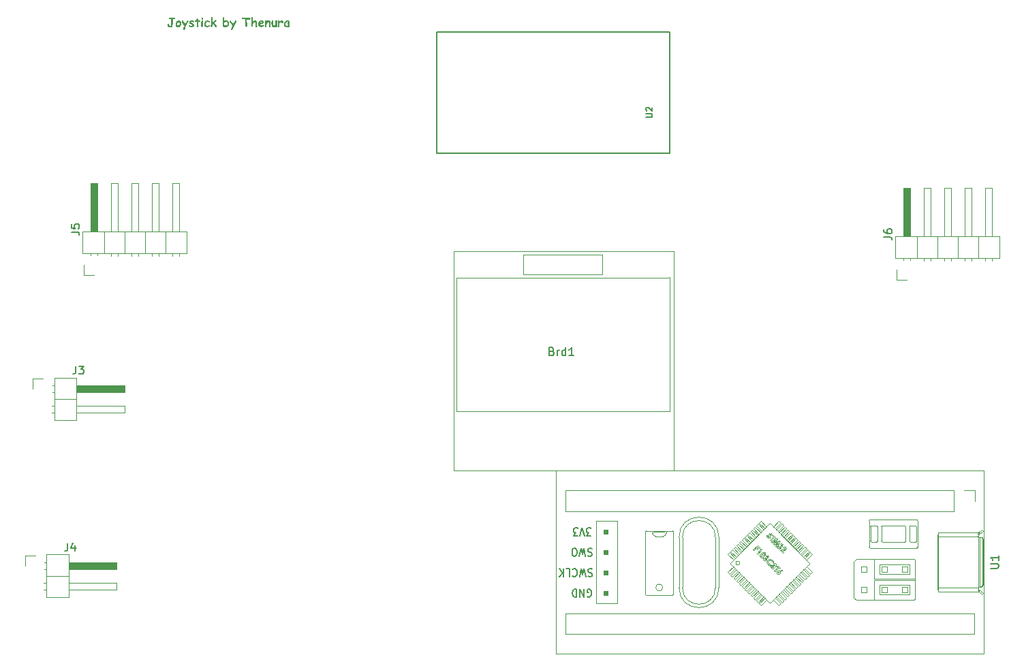
<source format=gto>
%TF.GenerationSoftware,KiCad,Pcbnew,9.0.2*%
%TF.CreationDate,2025-07-07T16:52:20+05:30*%
%TF.ProjectId,Joystick,4a6f7973-7469-4636-9b2e-6b696361645f,rev?*%
%TF.SameCoordinates,Original*%
%TF.FileFunction,Legend,Top*%
%TF.FilePolarity,Positive*%
%FSLAX46Y46*%
G04 Gerber Fmt 4.6, Leading zero omitted, Abs format (unit mm)*
G04 Created by KiCad (PCBNEW 9.0.2) date 2025-07-07 16:52:20*
%MOMM*%
%LPD*%
G01*
G04 APERTURE LIST*
%ADD10C,0.275000*%
%ADD11C,0.150000*%
%ADD12C,0.120000*%
%ADD13C,0.100000*%
%ADD14C,0.127000*%
G04 APERTURE END LIST*
D10*
G36*
X134899497Y-62888785D02*
G01*
X134856577Y-62886635D01*
X134809292Y-62884486D01*
X134750655Y-62884486D01*
X134749917Y-62937883D01*
X134743715Y-63221741D01*
X134727173Y-63439617D01*
X134703123Y-63602948D01*
X134674018Y-63722056D01*
X134645309Y-63792721D01*
X134610930Y-63842692D01*
X134571327Y-63876357D01*
X134525657Y-63896362D01*
X134471913Y-63903272D01*
X134404182Y-63897564D01*
X134336068Y-63880189D01*
X134266720Y-63850317D01*
X134195388Y-63806551D01*
X134136000Y-63758359D01*
X134092881Y-63709420D01*
X134063537Y-63659367D01*
X134046325Y-63607451D01*
X134040568Y-63552594D01*
X134045556Y-63506986D01*
X134058753Y-63475147D01*
X134079007Y-63453350D01*
X134107298Y-63439732D01*
X134146490Y-63434716D01*
X134185844Y-63439694D01*
X134214178Y-63453181D01*
X134234394Y-63474697D01*
X134247526Y-63506021D01*
X134252479Y-63550780D01*
X134258974Y-63577281D01*
X134281682Y-63608265D01*
X134328714Y-63646090D01*
X134381348Y-63675623D01*
X134428647Y-63691847D01*
X134471913Y-63696935D01*
X134484657Y-63690535D01*
X134498054Y-63663978D01*
X134511004Y-63597125D01*
X134527527Y-63363788D01*
X134535660Y-63182015D01*
X134538744Y-62937548D01*
X134536528Y-62888785D01*
X134519266Y-62889523D01*
X134430539Y-62888785D01*
X134341878Y-62885829D01*
X134300537Y-62878974D01*
X134266719Y-62858963D01*
X134248387Y-62837750D01*
X134237459Y-62813048D01*
X134233673Y-62783736D01*
X134238914Y-62747698D01*
X134253482Y-62720918D01*
X134277671Y-62701013D01*
X134314316Y-62687611D01*
X134368208Y-62682448D01*
X134444039Y-62684329D01*
X134519266Y-62686210D01*
X134660853Y-62680030D01*
X134802575Y-62673851D01*
X134887822Y-62680310D01*
X134943376Y-62696601D01*
X134977865Y-62719568D01*
X134997275Y-62748510D01*
X135003941Y-62785415D01*
X134997259Y-62822087D01*
X134976873Y-62855067D01*
X134954496Y-62873847D01*
X134929048Y-62884965D01*
X134899497Y-62888785D01*
G37*
G36*
X135537600Y-63042668D02*
G01*
X135600276Y-63064977D01*
X135655393Y-63101823D01*
X135704222Y-63154832D01*
X135738277Y-63210394D01*
X135763079Y-63272673D01*
X135778504Y-63342815D01*
X135783882Y-63422223D01*
X135777715Y-63508299D01*
X135759880Y-63585552D01*
X135730916Y-63655378D01*
X135690722Y-63718899D01*
X135645467Y-63768823D01*
X135595620Y-63806710D01*
X135540575Y-63833719D01*
X135479305Y-63850264D01*
X135410435Y-63855986D01*
X135342681Y-63849916D01*
X135281054Y-63832162D01*
X135224285Y-63802757D01*
X135171455Y-63760878D01*
X135123830Y-63705481D01*
X135088875Y-63641798D01*
X135066197Y-63568315D01*
X135056466Y-63482942D01*
X135056488Y-63482472D01*
X135264616Y-63482472D01*
X135270874Y-63540148D01*
X135288180Y-63585038D01*
X135315730Y-63620096D01*
X135344585Y-63641466D01*
X135375813Y-63654006D01*
X135410368Y-63658247D01*
X135452230Y-63653292D01*
X135489658Y-63638730D01*
X135523812Y-63614119D01*
X135554163Y-63576582D01*
X135573797Y-63530714D01*
X135582449Y-63474277D01*
X135580406Y-63386560D01*
X135568407Y-63324856D01*
X135549350Y-63282692D01*
X135524665Y-63254995D01*
X135494031Y-63238578D01*
X135455437Y-63232678D01*
X135411626Y-63237647D01*
X135373564Y-63252805D01*
X135339824Y-63278491D01*
X135309685Y-63316435D01*
X135284992Y-63365562D01*
X135269857Y-63420476D01*
X135264616Y-63482472D01*
X135056488Y-63482472D01*
X135060305Y-63401481D01*
X135076731Y-63325878D01*
X135105584Y-63254949D01*
X135147410Y-63187744D01*
X135196869Y-63132543D01*
X135252351Y-63090390D01*
X135314638Y-63060123D01*
X135385028Y-63041442D01*
X135465243Y-63034939D01*
X135537600Y-63042668D01*
G37*
G36*
X136656983Y-63177132D02*
G01*
X136397719Y-63712921D01*
X136308938Y-63901342D01*
X136251161Y-64038277D01*
X136201592Y-64176506D01*
X136184602Y-64208573D01*
X136163382Y-64229959D01*
X136137495Y-64242702D01*
X136105409Y-64247166D01*
X136065163Y-64240219D01*
X136030250Y-64219426D01*
X136012166Y-64199145D01*
X136001565Y-64176222D01*
X135997943Y-64149707D01*
X136007395Y-64099508D01*
X136050848Y-63978487D01*
X136157262Y-63736631D01*
X136061164Y-63555326D01*
X135894976Y-63257597D01*
X135858169Y-63199834D01*
X135842518Y-63165487D01*
X135837884Y-63136899D01*
X135845762Y-63099291D01*
X135870191Y-63065702D01*
X135905226Y-63042517D01*
X135944612Y-63034939D01*
X135975833Y-63039195D01*
X136001144Y-63051347D01*
X136021988Y-63071680D01*
X136089350Y-63169832D01*
X136171442Y-63308823D01*
X136270707Y-63498256D01*
X136368435Y-63282516D01*
X136422732Y-63174057D01*
X136472879Y-63084912D01*
X136497929Y-63054015D01*
X136526976Y-63036547D01*
X136561539Y-63030641D01*
X136601213Y-63037712D01*
X136636699Y-63059187D01*
X136655297Y-63080001D01*
X136666091Y-63103010D01*
X136669745Y-63129107D01*
X136666792Y-63151085D01*
X136656983Y-63177132D01*
G37*
G36*
X137290164Y-63258471D02*
G01*
X137254545Y-63254194D01*
X137229358Y-63242738D01*
X137211816Y-63224766D01*
X137200765Y-63199028D01*
X137139173Y-63193990D01*
X137038879Y-63199466D01*
X136987041Y-63211870D01*
X136964327Y-63226882D01*
X136958025Y-63243694D01*
X136964883Y-63259705D01*
X136994339Y-63284370D01*
X137066969Y-63322749D01*
X137202815Y-63389657D01*
X137268402Y-63429612D01*
X137319165Y-63473608D01*
X137352348Y-63517342D01*
X137371172Y-63561543D01*
X137377347Y-63607469D01*
X137369753Y-63668263D01*
X137347831Y-63719811D01*
X137311154Y-63764340D01*
X137257118Y-63802857D01*
X137190490Y-63831439D01*
X137111892Y-63849551D01*
X137018945Y-63855986D01*
X136921898Y-63848124D01*
X136836318Y-63825493D01*
X136782475Y-63799321D01*
X136748663Y-63770367D01*
X136729851Y-63738602D01*
X136723613Y-63702577D01*
X136729224Y-63669959D01*
X136744638Y-63647898D01*
X136770947Y-63633677D01*
X136813012Y-63628157D01*
X136850894Y-63632613D01*
X136912956Y-63649650D01*
X136975113Y-63666662D01*
X137013639Y-63671143D01*
X137094175Y-63665111D01*
X137138481Y-63650944D01*
X137160047Y-63632412D01*
X137166913Y-63609417D01*
X137159303Y-63588258D01*
X137129618Y-63560969D01*
X137060991Y-63524384D01*
X136920688Y-63458770D01*
X136862581Y-63425716D01*
X136814146Y-63384206D01*
X136781790Y-63340702D01*
X136762972Y-63294476D01*
X136756659Y-63244164D01*
X136763187Y-63187039D01*
X136781753Y-63139742D01*
X136812190Y-63100048D01*
X136856115Y-63066794D01*
X136916717Y-63040044D01*
X136980708Y-63024489D01*
X137073219Y-63013421D01*
X137202243Y-63009147D01*
X137272072Y-63014799D01*
X137313471Y-63028491D01*
X137340356Y-63049945D01*
X137356936Y-63080801D01*
X137363040Y-63124473D01*
X137356614Y-63192241D01*
X137341035Y-63231276D01*
X137319283Y-63251680D01*
X137290164Y-63258471D01*
G37*
G36*
X138040686Y-63207424D02*
G01*
X138003476Y-63206349D01*
X137966332Y-63205207D01*
X137894934Y-63211185D01*
X137908502Y-63607872D01*
X137909241Y-63644277D01*
X137909979Y-63687465D01*
X137903991Y-63759000D01*
X137888715Y-63806436D01*
X137866719Y-63836645D01*
X137838224Y-63854149D01*
X137801035Y-63860285D01*
X137762324Y-63853830D01*
X137729637Y-63834762D01*
X137711037Y-63814869D01*
X137700250Y-63792631D01*
X137696591Y-63767125D01*
X137698807Y-63685987D01*
X137701091Y-63604782D01*
X137687523Y-63215484D01*
X137546674Y-63203058D01*
X137503392Y-63192301D01*
X137475332Y-63172995D01*
X137458498Y-63145131D01*
X137452372Y-63105666D01*
X137459560Y-63066614D01*
X137480918Y-63034201D01*
X137513137Y-63012371D01*
X137554533Y-63004849D01*
X137682284Y-63013446D01*
X137678523Y-62934525D01*
X137675500Y-62860843D01*
X137683208Y-62822687D01*
X137706263Y-62791661D01*
X137740031Y-62771101D01*
X137780683Y-62764123D01*
X137818098Y-62770567D01*
X137847079Y-62789123D01*
X137869743Y-62821589D01*
X137885644Y-62873189D01*
X137891912Y-62951653D01*
X137890434Y-63013446D01*
X137966332Y-63004849D01*
X138045880Y-63008387D01*
X138084277Y-63016133D01*
X138117562Y-63035506D01*
X138137233Y-63064843D01*
X138144392Y-63107614D01*
X138136970Y-63147042D01*
X138115040Y-63178945D01*
X138082280Y-63200122D01*
X138040686Y-63207424D01*
G37*
G36*
X138406946Y-62910278D02*
G01*
X138362031Y-62902162D01*
X138323525Y-62877836D01*
X138303729Y-62854306D01*
X138292137Y-62828190D01*
X138288196Y-62798512D01*
X138292139Y-62768837D01*
X138303731Y-62742744D01*
X138323525Y-62719256D01*
X138348624Y-62701125D01*
X138376146Y-62690398D01*
X138406946Y-62686747D01*
X138437735Y-62690406D01*
X138465116Y-62701139D01*
X138489965Y-62719256D01*
X138509515Y-62742715D01*
X138520986Y-62768809D01*
X138524891Y-62798512D01*
X138520987Y-62828218D01*
X138509517Y-62854336D01*
X138489965Y-62877836D01*
X138465121Y-62895913D01*
X138437740Y-62906625D01*
X138406946Y-62910278D01*
G37*
G36*
X138470822Y-63460374D02*
G01*
X138473442Y-63597596D01*
X138476061Y-63734817D01*
X138468596Y-63774754D01*
X138446709Y-63806417D01*
X138413982Y-63827282D01*
X138372356Y-63834493D01*
X138330718Y-63827285D01*
X138297935Y-63806417D01*
X138276100Y-63774759D01*
X138268650Y-63734817D01*
X138266031Y-63597596D01*
X138263411Y-63460374D01*
X138270934Y-63293263D01*
X138278456Y-63126018D01*
X138285909Y-63086087D01*
X138307741Y-63054485D01*
X138340530Y-63033566D01*
X138382162Y-63026342D01*
X138423782Y-63033568D01*
X138456516Y-63054485D01*
X138478400Y-63086093D01*
X138485867Y-63126018D01*
X138478345Y-63293263D01*
X138470822Y-63460374D01*
G37*
G36*
X139012254Y-63860285D02*
G01*
X138930553Y-63854037D01*
X138858066Y-63836033D01*
X138793256Y-63806834D01*
X138734922Y-63766251D01*
X138683238Y-63712562D01*
X138646869Y-63652091D01*
X138624680Y-63583458D01*
X138616977Y-63504570D01*
X138623059Y-63432289D01*
X138641816Y-63357335D01*
X138674488Y-63278708D01*
X138722899Y-63195468D01*
X138777086Y-63124857D01*
X138831521Y-63074112D01*
X138886593Y-63039929D01*
X138943149Y-63020055D01*
X139002447Y-63013446D01*
X139053832Y-63017558D01*
X139114128Y-63030955D01*
X139185006Y-63055560D01*
X139248637Y-63087372D01*
X139286438Y-63117540D01*
X139305977Y-63146338D01*
X139312019Y-63175117D01*
X139305699Y-63209751D01*
X139286495Y-63240537D01*
X139255680Y-63263571D01*
X139216575Y-63271367D01*
X139183915Y-63264027D01*
X139138796Y-63236977D01*
X139106603Y-63219094D01*
X139062363Y-63207101D01*
X139002447Y-63202588D01*
X138977550Y-63207649D01*
X138949403Y-63224703D01*
X138916320Y-63258484D01*
X138876980Y-63315764D01*
X138838673Y-63391079D01*
X138818442Y-63453147D01*
X138812365Y-63504704D01*
X138818988Y-63554415D01*
X138837899Y-63594912D01*
X138869457Y-63628425D01*
X138907690Y-63651413D01*
X138954556Y-63665937D01*
X139012254Y-63671143D01*
X139064180Y-63662701D01*
X139135437Y-63632455D01*
X139202853Y-63600288D01*
X139227859Y-63593767D01*
X139265486Y-63601109D01*
X139297377Y-63623253D01*
X139319254Y-63655142D01*
X139326325Y-63690420D01*
X139320731Y-63715070D01*
X139301858Y-63741965D01*
X139263957Y-63772703D01*
X139198574Y-63808163D01*
X139120496Y-63839377D01*
X139059531Y-63855555D01*
X139012254Y-63860285D01*
G37*
G36*
X140089474Y-63843090D02*
G01*
X140053221Y-63836819D01*
X140023758Y-63818461D01*
X139999337Y-63786133D01*
X139956276Y-63715968D01*
X139888847Y-63624597D01*
X139767880Y-63470583D01*
X139668674Y-63538220D01*
X139661152Y-63738041D01*
X139653711Y-63778181D01*
X139631867Y-63810246D01*
X139599092Y-63831472D01*
X139557446Y-63838792D01*
X139518823Y-63833601D01*
X139490639Y-63819387D01*
X139470173Y-63796321D01*
X139456667Y-63762157D01*
X139451524Y-63712719D01*
X139460122Y-63535198D01*
X139468786Y-63357676D01*
X139472144Y-63108890D01*
X139475570Y-62861582D01*
X139472144Y-62785415D01*
X139468786Y-62709181D01*
X139476239Y-62669181D01*
X139498071Y-62637514D01*
X139530860Y-62616594D01*
X139572492Y-62609371D01*
X139614107Y-62616612D01*
X139646845Y-62637581D01*
X139668729Y-62669253D01*
X139676197Y-62709248D01*
X139679959Y-62787363D01*
X139683720Y-62865478D01*
X139679220Y-63077389D01*
X139675458Y-63286278D01*
X139789049Y-63189138D01*
X139986575Y-62999274D01*
X140022390Y-62974212D01*
X140061667Y-62966161D01*
X140101054Y-62973738D01*
X140136088Y-62996923D01*
X140160520Y-63030568D01*
X140168395Y-63068187D01*
X140161495Y-63101128D01*
X140139043Y-63134951D01*
X140044796Y-63233397D01*
X139927938Y-63341959D01*
X140084235Y-63543056D01*
X140158170Y-63649736D01*
X140190076Y-63711305D01*
X140197680Y-63744086D01*
X140194037Y-63770108D01*
X140183251Y-63793191D01*
X140164634Y-63814209D01*
X140129124Y-63835945D01*
X140089474Y-63843090D01*
G37*
G36*
X141096779Y-62636592D02*
G01*
X141120565Y-62652019D01*
X141135482Y-62677615D01*
X141141172Y-62717644D01*
X141138552Y-62748675D01*
X141135933Y-62779706D01*
X141135933Y-63066508D01*
X141191620Y-63039016D01*
X141242594Y-63020297D01*
X141293499Y-63008597D01*
X141341060Y-63004849D01*
X141410625Y-63010244D01*
X141472865Y-63025853D01*
X141529028Y-63051281D01*
X141580082Y-63086776D01*
X141626653Y-63133204D01*
X141670701Y-63195847D01*
X141702166Y-63264431D01*
X141721430Y-63340109D01*
X141728075Y-63424372D01*
X141720477Y-63509315D01*
X141698354Y-63585721D01*
X141661884Y-63655287D01*
X141610130Y-63719235D01*
X141546121Y-63773644D01*
X141476137Y-63811907D01*
X141398884Y-63835110D01*
X141312514Y-63843090D01*
X141243081Y-63838988D01*
X141176625Y-63826836D01*
X141112626Y-63806686D01*
X141081869Y-63827518D01*
X141044989Y-63834493D01*
X141007216Y-63827700D01*
X140975471Y-63807492D01*
X140953855Y-63777221D01*
X140946590Y-63739989D01*
X140948806Y-63684912D01*
X140951090Y-63629769D01*
X140951090Y-63287957D01*
X141135933Y-63287957D01*
X141135933Y-63605588D01*
X141205996Y-63631520D01*
X141264178Y-63645436D01*
X141312514Y-63649650D01*
X141373425Y-63642286D01*
X141425044Y-63621075D01*
X141469550Y-63585774D01*
X141503536Y-63539949D01*
X141524071Y-63486961D01*
X141531209Y-63424708D01*
X141525215Y-63361698D01*
X141508224Y-63308822D01*
X141480834Y-63264045D01*
X141441866Y-63227470D01*
X141396030Y-63205797D01*
X141341060Y-63198289D01*
X141301123Y-63203383D01*
X141250922Y-63220723D01*
X141199153Y-63247273D01*
X141135933Y-63287957D01*
X140951090Y-63287957D01*
X140951090Y-62780109D01*
X140957267Y-62728458D01*
X140975136Y-62684127D01*
X140998724Y-62653872D01*
X141026742Y-62636707D01*
X141060773Y-62630864D01*
X141096779Y-62636592D01*
G37*
G36*
X142616020Y-63177132D02*
G01*
X142356756Y-63712921D01*
X142267975Y-63901342D01*
X142210198Y-64038277D01*
X142160629Y-64176506D01*
X142143639Y-64208573D01*
X142122419Y-64229959D01*
X142096532Y-64242702D01*
X142064446Y-64247166D01*
X142024200Y-64240219D01*
X141989287Y-64219426D01*
X141971203Y-64199145D01*
X141960602Y-64176222D01*
X141956980Y-64149707D01*
X141966432Y-64099508D01*
X142009885Y-63978487D01*
X142116299Y-63736631D01*
X142020201Y-63555326D01*
X141854013Y-63257597D01*
X141817206Y-63199834D01*
X141801555Y-63165487D01*
X141796921Y-63136899D01*
X141804798Y-63099291D01*
X141829228Y-63065702D01*
X141864263Y-63042517D01*
X141903649Y-63034939D01*
X141934870Y-63039195D01*
X141960181Y-63051347D01*
X141981025Y-63071680D01*
X142048387Y-63169832D01*
X142130479Y-63308823D01*
X142229744Y-63498256D01*
X142327472Y-63282516D01*
X142381769Y-63174057D01*
X142431916Y-63084912D01*
X142456966Y-63054015D01*
X142486013Y-63036547D01*
X142520576Y-63030641D01*
X142560250Y-63037712D01*
X142595736Y-63059187D01*
X142614334Y-63080001D01*
X142625128Y-63103010D01*
X142628782Y-63129107D01*
X142625829Y-63151085D01*
X142616020Y-63177132D01*
G37*
G36*
X144284779Y-62910278D02*
G01*
X144102152Y-62901278D01*
X143919593Y-62893083D01*
X143939877Y-63198625D01*
X143952223Y-63382603D01*
X143955662Y-63505711D01*
X143960901Y-63581744D01*
X143966207Y-63657710D01*
X143960047Y-63711983D01*
X143942161Y-63759333D01*
X143917702Y-63792488D01*
X143888923Y-63811040D01*
X143854240Y-63817298D01*
X143815345Y-63810708D01*
X143781364Y-63790969D01*
X143761527Y-63769469D01*
X143749969Y-63745268D01*
X143746034Y-63717354D01*
X143749728Y-63685383D01*
X143753490Y-63652672D01*
X143748586Y-63548295D01*
X143743750Y-63443045D01*
X143740308Y-63333381D01*
X143727966Y-63170213D01*
X143706943Y-62897382D01*
X143667852Y-62897382D01*
X143508887Y-62891278D01*
X143401871Y-62875889D01*
X143363821Y-62861150D01*
X143338763Y-62840243D01*
X143323786Y-62812840D01*
X143318450Y-62776750D01*
X143325104Y-62740369D01*
X143345519Y-62707166D01*
X143368718Y-62686992D01*
X143395754Y-62675996D01*
X143428134Y-62673851D01*
X143547623Y-62686008D01*
X143667852Y-62694068D01*
X143804939Y-62692590D01*
X143942094Y-62691046D01*
X144113436Y-62697494D01*
X144284779Y-62703942D01*
X144326471Y-62711476D01*
X144360274Y-62733629D01*
X144383054Y-62766646D01*
X144390701Y-62806707D01*
X144383067Y-62846837D01*
X144360274Y-62880187D01*
X144326439Y-62902654D01*
X144284779Y-62910278D01*
G37*
G36*
X144682205Y-63125144D02*
G01*
X144739933Y-63077318D01*
X144799814Y-63044410D01*
X144864336Y-63024486D01*
X144933946Y-63017745D01*
X144998148Y-63023022D01*
X145048588Y-63037484D01*
X145088112Y-63059845D01*
X145118789Y-63089949D01*
X145141424Y-63128451D01*
X145158983Y-63182375D01*
X145169903Y-63256187D01*
X145178164Y-63442037D01*
X145193210Y-63589468D01*
X145205276Y-63670242D01*
X145218733Y-63735422D01*
X145222494Y-63763229D01*
X145218893Y-63789847D01*
X145208386Y-63812718D01*
X145190523Y-63832814D01*
X145155966Y-63853386D01*
X145115766Y-63860285D01*
X145080497Y-63855389D01*
X145053443Y-63841680D01*
X145032557Y-63819000D01*
X145017300Y-63785125D01*
X145001203Y-63717777D01*
X144984254Y-63613716D01*
X144973761Y-63512264D01*
X144970753Y-63439284D01*
X144972567Y-63382528D01*
X144974447Y-63325772D01*
X144972970Y-63261157D01*
X144964840Y-63236834D01*
X144952069Y-63224089D01*
X144933879Y-63219782D01*
X144881512Y-63227805D01*
X144831748Y-63252364D01*
X144782888Y-63296285D01*
X144746938Y-63344137D01*
X144688183Y-63441769D01*
X144683672Y-63629668D01*
X144673528Y-63726812D01*
X144661920Y-63768737D01*
X144637886Y-63803543D01*
X144607525Y-63823356D01*
X144568760Y-63830194D01*
X144529113Y-63823202D01*
X144493936Y-63802051D01*
X144475594Y-63781515D01*
X144464917Y-63758666D01*
X144461293Y-63732601D01*
X144469555Y-63692771D01*
X144473210Y-63657647D01*
X144478555Y-63490062D01*
X144477005Y-63314244D01*
X144480100Y-62987788D01*
X144481577Y-62963004D01*
X144486078Y-62844387D01*
X144478891Y-62775676D01*
X144471771Y-62706964D01*
X144479538Y-62667851D01*
X144502534Y-62636775D01*
X144536291Y-62616319D01*
X144576954Y-62609371D01*
X144611176Y-62614367D01*
X144638295Y-62628596D01*
X144660085Y-62652593D01*
X144676898Y-62688963D01*
X144686971Y-62740004D01*
X144691205Y-62827058D01*
X144686705Y-62979460D01*
X144682205Y-63125144D01*
G37*
G36*
X145792704Y-63031511D02*
G01*
X145864274Y-63045873D01*
X145923380Y-63068120D01*
X145974597Y-63100877D01*
X146009101Y-63139601D01*
X146029677Y-63185151D01*
X146036824Y-63239731D01*
X146031587Y-63277687D01*
X146015648Y-63313901D01*
X145987531Y-63349461D01*
X145944403Y-63384946D01*
X145891049Y-63415678D01*
X145775344Y-63469912D01*
X145522125Y-63580871D01*
X145562019Y-63618531D01*
X145609308Y-63645351D01*
X145662879Y-63661232D01*
X145726514Y-63666845D01*
X145792585Y-63661935D01*
X145848901Y-63648041D01*
X145897117Y-63625940D01*
X145957574Y-63597067D01*
X145997062Y-63589468D01*
X146032842Y-63594695D01*
X146055900Y-63608486D01*
X146069932Y-63630686D01*
X146075177Y-63664561D01*
X146068514Y-63701941D01*
X146047970Y-63736684D01*
X146010329Y-63770235D01*
X145949709Y-63802790D01*
X145878396Y-63827495D01*
X145804226Y-63842369D01*
X145726514Y-63847389D01*
X145636690Y-63841473D01*
X145558963Y-63824667D01*
X145491483Y-63797937D01*
X145432726Y-63761617D01*
X145387300Y-63720616D01*
X145352491Y-63674303D01*
X145327407Y-63621983D01*
X145311874Y-63562522D01*
X145306453Y-63494427D01*
X145313123Y-63399964D01*
X145315004Y-63391729D01*
X145507080Y-63391729D01*
X145676139Y-63319458D01*
X145771736Y-63273306D01*
X145837675Y-63235231D01*
X145802972Y-63220205D01*
X145759768Y-63210436D01*
X145706162Y-63206886D01*
X145661409Y-63212127D01*
X145622016Y-63227421D01*
X145586673Y-63253097D01*
X145557531Y-63286589D01*
X145530865Y-63331923D01*
X145507080Y-63391729D01*
X145315004Y-63391729D01*
X145332343Y-63315819D01*
X145363430Y-63240384D01*
X145406397Y-63172363D01*
X145454572Y-63119254D01*
X145507763Y-63078907D01*
X145566633Y-63050113D01*
X145632292Y-63032455D01*
X145706229Y-63026342D01*
X145792704Y-63031511D01*
G37*
G36*
X146800712Y-63864584D02*
G01*
X146758148Y-63858445D01*
X146728654Y-63841838D01*
X146708686Y-63814803D01*
X146697745Y-63773976D01*
X146676722Y-63618887D01*
X146668161Y-63537541D01*
X146665438Y-63463799D01*
X146668058Y-63397170D01*
X146670677Y-63330473D01*
X146672155Y-63303875D01*
X146673700Y-63269083D01*
X146668822Y-63230139D01*
X146657665Y-63212318D01*
X146641393Y-63206886D01*
X146598756Y-63214833D01*
X146554216Y-63240528D01*
X146505783Y-63289434D01*
X146466031Y-63347010D01*
X146431214Y-63416135D01*
X146401741Y-63498525D01*
X146394958Y-63566027D01*
X146390457Y-63633597D01*
X146395293Y-63698480D01*
X146400197Y-63763296D01*
X146392666Y-63803542D01*
X146370509Y-63835769D01*
X146337388Y-63857220D01*
X146295752Y-63864584D01*
X146254163Y-63857239D01*
X146221331Y-63835903D01*
X146199487Y-63803838D01*
X146192047Y-63763699D01*
X146187547Y-63699152D01*
X146183046Y-63634605D01*
X146193524Y-63430619D01*
X146204070Y-63226566D01*
X146201450Y-63158123D01*
X146198831Y-63090554D01*
X146206512Y-63051272D01*
X146229257Y-63019827D01*
X146262817Y-62999050D01*
X146304014Y-62991953D01*
X146347345Y-62999361D01*
X146377839Y-63019966D01*
X146398737Y-63055269D01*
X146409197Y-63111375D01*
X146409936Y-63119637D01*
X146468802Y-63068920D01*
X146526370Y-63035020D01*
X146583515Y-63015539D01*
X146641393Y-63009147D01*
X146697009Y-63014337D01*
X146742783Y-63028917D01*
X146780705Y-63052193D01*
X146812107Y-63084569D01*
X146837520Y-63127495D01*
X146855857Y-63181973D01*
X146868677Y-63258999D01*
X146873588Y-63364930D01*
X146873588Y-63418126D01*
X146872849Y-63466822D01*
X146876408Y-63529181D01*
X146888969Y-63617410D01*
X146901594Y-63705485D01*
X146905157Y-63767192D01*
X146897582Y-63805715D01*
X146875066Y-63836844D01*
X146841852Y-63857504D01*
X146800712Y-63864584D01*
G37*
G36*
X147672806Y-63377624D02*
G01*
X147673545Y-63528481D01*
X147674283Y-63679270D01*
X147676903Y-63725951D01*
X147679590Y-63772565D01*
X147671933Y-63810862D01*
X147649163Y-63841613D01*
X147615650Y-63861922D01*
X147574406Y-63868882D01*
X147535918Y-63862821D01*
X147506345Y-63845618D01*
X147483463Y-63816358D01*
X147418566Y-63835990D01*
X147352330Y-63847747D01*
X147284313Y-63851688D01*
X147214406Y-63846309D01*
X147155184Y-63831115D01*
X147104776Y-63806954D01*
X147067755Y-63778083D01*
X147039564Y-63743993D01*
X147019356Y-63704018D01*
X147007049Y-63656971D01*
X146984609Y-63474886D01*
X146977764Y-63323555D01*
X146983014Y-63223626D01*
X147000332Y-63102039D01*
X147012851Y-63064139D01*
X147033142Y-63038875D01*
X147061782Y-63023404D01*
X147101754Y-63017745D01*
X147142421Y-63024649D01*
X147176107Y-63044947D01*
X147199200Y-63075712D01*
X147206937Y-63113860D01*
X147196056Y-63216693D01*
X147185175Y-63323152D01*
X147192295Y-63506853D01*
X147201762Y-63581936D01*
X147213721Y-63636821D01*
X147250125Y-63649516D01*
X147284380Y-63653949D01*
X147369386Y-63648276D01*
X147467678Y-63629970D01*
X147466939Y-63498659D01*
X147465462Y-63372587D01*
X147469313Y-63224013D01*
X147479701Y-63107009D01*
X147490875Y-63066790D01*
X147510815Y-63040136D01*
X147540025Y-63023778D01*
X147581929Y-63017745D01*
X147623332Y-63024759D01*
X147657827Y-63045418D01*
X147675223Y-63065573D01*
X147684829Y-63088341D01*
X147687112Y-63114801D01*
X147672806Y-63377624D01*
G37*
G36*
X148444888Y-63272374D02*
G01*
X148434593Y-63326134D01*
X148413981Y-63360175D01*
X148383708Y-63380196D01*
X148340443Y-63387431D01*
X148297610Y-63380881D01*
X148269640Y-63363412D01*
X148252342Y-63334832D01*
X148245806Y-63290643D01*
X148242044Y-63215484D01*
X148176533Y-63231636D01*
X148120859Y-63256887D01*
X148073479Y-63291014D01*
X148033356Y-63334529D01*
X148000042Y-63388640D01*
X148000781Y-63765647D01*
X147993362Y-63804941D01*
X147971496Y-63836441D01*
X147938763Y-63857358D01*
X147897143Y-63864584D01*
X147867453Y-63860992D01*
X147843886Y-63850913D01*
X147825006Y-63834493D01*
X147807207Y-63804333D01*
X147800960Y-63765311D01*
X147800960Y-63272643D01*
X147802438Y-63203058D01*
X147803982Y-63133473D01*
X147810439Y-63094347D01*
X147829103Y-63063150D01*
X147858661Y-63042386D01*
X147900904Y-63034939D01*
X147939163Y-63040555D01*
X147967032Y-63056063D01*
X147987201Y-63081711D01*
X148000042Y-63120577D01*
X148069065Y-63077104D01*
X148140729Y-63046557D01*
X148215834Y-63028234D01*
X148295375Y-63022043D01*
X148340988Y-63027519D01*
X148376542Y-63042766D01*
X148404463Y-63067460D01*
X148425836Y-63103199D01*
X148440200Y-63153219D01*
X148445627Y-63221999D01*
X148444888Y-63272374D01*
G37*
G36*
X149020748Y-63030294D02*
G01*
X149075345Y-63043141D01*
X149139191Y-63066709D01*
X149195519Y-63096244D01*
X149229368Y-63124552D01*
X149247097Y-63151911D01*
X149252636Y-63179550D01*
X149248304Y-63204832D01*
X149235374Y-63226633D01*
X149223687Y-63301793D01*
X149219590Y-63407514D01*
X149225716Y-63540288D01*
X149239874Y-63613044D01*
X149274465Y-63690823D01*
X149303750Y-63764035D01*
X149296167Y-63800237D01*
X149273323Y-63829791D01*
X149240510Y-63849451D01*
X149203066Y-63855986D01*
X149181268Y-63851048D01*
X149146733Y-63831761D01*
X149093383Y-63789155D01*
X149025773Y-63819206D01*
X148971610Y-63839060D01*
X148920568Y-63852198D01*
X148882211Y-63855986D01*
X148791660Y-63848992D01*
X148718241Y-63829603D01*
X148658705Y-63799364D01*
X148610588Y-63758594D01*
X148573215Y-63707799D01*
X148545001Y-63644275D01*
X148526693Y-63565240D01*
X148520425Y-63472800D01*
X148728130Y-63472800D01*
X148732883Y-63539487D01*
X148745491Y-63588759D01*
X148764199Y-63624597D01*
X148791698Y-63652451D01*
X148826930Y-63669392D01*
X148872404Y-63675442D01*
X148918043Y-63671536D01*
X148960729Y-63659994D01*
X149000896Y-63641068D01*
X149039247Y-63614454D01*
X149021386Y-63446293D01*
X149016679Y-63346258D01*
X149020037Y-63290912D01*
X149030246Y-63221193D01*
X149003514Y-63210312D01*
X148983633Y-63206886D01*
X148934420Y-63211845D01*
X148888803Y-63226521D01*
X148845808Y-63251245D01*
X148804767Y-63287151D01*
X148770700Y-63329641D01*
X148747041Y-63374265D01*
X148732914Y-63421682D01*
X148728130Y-63472800D01*
X148520425Y-63472800D01*
X148520047Y-63467225D01*
X148525486Y-63395976D01*
X148541433Y-63330098D01*
X148567758Y-63268600D01*
X148604886Y-63210695D01*
X148653777Y-63155840D01*
X148724595Y-63098747D01*
X148800644Y-63058727D01*
X148883169Y-63034590D01*
X148973893Y-63026342D01*
X149020748Y-63030294D01*
G37*
D11*
X223104819Y-89948333D02*
X223819104Y-89948333D01*
X223819104Y-89948333D02*
X223961961Y-89995952D01*
X223961961Y-89995952D02*
X224057200Y-90091190D01*
X224057200Y-90091190D02*
X224104819Y-90234047D01*
X224104819Y-90234047D02*
X224104819Y-90329285D01*
X223104819Y-89043571D02*
X223104819Y-89234047D01*
X223104819Y-89234047D02*
X223152438Y-89329285D01*
X223152438Y-89329285D02*
X223200057Y-89376904D01*
X223200057Y-89376904D02*
X223342914Y-89472142D01*
X223342914Y-89472142D02*
X223533390Y-89519761D01*
X223533390Y-89519761D02*
X223914342Y-89519761D01*
X223914342Y-89519761D02*
X224009580Y-89472142D01*
X224009580Y-89472142D02*
X224057200Y-89424523D01*
X224057200Y-89424523D02*
X224104819Y-89329285D01*
X224104819Y-89329285D02*
X224104819Y-89138809D01*
X224104819Y-89138809D02*
X224057200Y-89043571D01*
X224057200Y-89043571D02*
X224009580Y-88995952D01*
X224009580Y-88995952D02*
X223914342Y-88948333D01*
X223914342Y-88948333D02*
X223676247Y-88948333D01*
X223676247Y-88948333D02*
X223581009Y-88995952D01*
X223581009Y-88995952D02*
X223533390Y-89043571D01*
X223533390Y-89043571D02*
X223485771Y-89138809D01*
X223485771Y-89138809D02*
X223485771Y-89329285D01*
X223485771Y-89329285D02*
X223533390Y-89424523D01*
X223533390Y-89424523D02*
X223581009Y-89472142D01*
X223581009Y-89472142D02*
X223676247Y-89519761D01*
X122104819Y-89333333D02*
X122819104Y-89333333D01*
X122819104Y-89333333D02*
X122961961Y-89380952D01*
X122961961Y-89380952D02*
X123057200Y-89476190D01*
X123057200Y-89476190D02*
X123104819Y-89619047D01*
X123104819Y-89619047D02*
X123104819Y-89714285D01*
X122104819Y-88380952D02*
X122104819Y-88857142D01*
X122104819Y-88857142D02*
X122581009Y-88904761D01*
X122581009Y-88904761D02*
X122533390Y-88857142D01*
X122533390Y-88857142D02*
X122485771Y-88761904D01*
X122485771Y-88761904D02*
X122485771Y-88523809D01*
X122485771Y-88523809D02*
X122533390Y-88428571D01*
X122533390Y-88428571D02*
X122581009Y-88380952D01*
X122581009Y-88380952D02*
X122676247Y-88333333D01*
X122676247Y-88333333D02*
X122914342Y-88333333D01*
X122914342Y-88333333D02*
X123009580Y-88380952D01*
X123009580Y-88380952D02*
X123057200Y-88428571D01*
X123057200Y-88428571D02*
X123104819Y-88523809D01*
X123104819Y-88523809D02*
X123104819Y-88761904D01*
X123104819Y-88761904D02*
X123057200Y-88857142D01*
X123057200Y-88857142D02*
X123009580Y-88904761D01*
X121666666Y-128009819D02*
X121666666Y-128724104D01*
X121666666Y-128724104D02*
X121619047Y-128866961D01*
X121619047Y-128866961D02*
X121523809Y-128962200D01*
X121523809Y-128962200D02*
X121380952Y-129009819D01*
X121380952Y-129009819D02*
X121285714Y-129009819D01*
X122571428Y-128343152D02*
X122571428Y-129009819D01*
X122333333Y-127962200D02*
X122095238Y-128676485D01*
X122095238Y-128676485D02*
X122714285Y-128676485D01*
X122666666Y-106009819D02*
X122666666Y-106724104D01*
X122666666Y-106724104D02*
X122619047Y-106866961D01*
X122619047Y-106866961D02*
X122523809Y-106962200D01*
X122523809Y-106962200D02*
X122380952Y-107009819D01*
X122380952Y-107009819D02*
X122285714Y-107009819D01*
X123047619Y-106009819D02*
X123666666Y-106009819D01*
X123666666Y-106009819D02*
X123333333Y-106390771D01*
X123333333Y-106390771D02*
X123476190Y-106390771D01*
X123476190Y-106390771D02*
X123571428Y-106438390D01*
X123571428Y-106438390D02*
X123619047Y-106486009D01*
X123619047Y-106486009D02*
X123666666Y-106581247D01*
X123666666Y-106581247D02*
X123666666Y-106819342D01*
X123666666Y-106819342D02*
X123619047Y-106914580D01*
X123619047Y-106914580D02*
X123571428Y-106962200D01*
X123571428Y-106962200D02*
X123476190Y-107009819D01*
X123476190Y-107009819D02*
X123190476Y-107009819D01*
X123190476Y-107009819D02*
X123095238Y-106962200D01*
X123095238Y-106962200D02*
X123047619Y-106914580D01*
X236344819Y-131141904D02*
X237154342Y-131141904D01*
X237154342Y-131141904D02*
X237249580Y-131094285D01*
X237249580Y-131094285D02*
X237297200Y-131046666D01*
X237297200Y-131046666D02*
X237344819Y-130951428D01*
X237344819Y-130951428D02*
X237344819Y-130760952D01*
X237344819Y-130760952D02*
X237297200Y-130665714D01*
X237297200Y-130665714D02*
X237249580Y-130618095D01*
X237249580Y-130618095D02*
X237154342Y-130570476D01*
X237154342Y-130570476D02*
X236344819Y-130570476D01*
X237344819Y-129570476D02*
X237344819Y-130141904D01*
X237344819Y-129856190D02*
X236344819Y-129856190D01*
X236344819Y-129856190D02*
X236487676Y-129951428D01*
X236487676Y-129951428D02*
X236582914Y-130046666D01*
X236582914Y-130046666D02*
X236630533Y-130141904D01*
X186855713Y-131242800D02*
X186727142Y-131195180D01*
X186727142Y-131195180D02*
X186512856Y-131195180D01*
X186512856Y-131195180D02*
X186427142Y-131242800D01*
X186427142Y-131242800D02*
X186384284Y-131290419D01*
X186384284Y-131290419D02*
X186341427Y-131385657D01*
X186341427Y-131385657D02*
X186341427Y-131480895D01*
X186341427Y-131480895D02*
X186384284Y-131576133D01*
X186384284Y-131576133D02*
X186427142Y-131623752D01*
X186427142Y-131623752D02*
X186512856Y-131671371D01*
X186512856Y-131671371D02*
X186684284Y-131718990D01*
X186684284Y-131718990D02*
X186769999Y-131766609D01*
X186769999Y-131766609D02*
X186812856Y-131814228D01*
X186812856Y-131814228D02*
X186855713Y-131909466D01*
X186855713Y-131909466D02*
X186855713Y-132004704D01*
X186855713Y-132004704D02*
X186812856Y-132099942D01*
X186812856Y-132099942D02*
X186769999Y-132147561D01*
X186769999Y-132147561D02*
X186684284Y-132195180D01*
X186684284Y-132195180D02*
X186469999Y-132195180D01*
X186469999Y-132195180D02*
X186341427Y-132147561D01*
X186041427Y-132195180D02*
X185827141Y-131195180D01*
X185827141Y-131195180D02*
X185655713Y-131909466D01*
X185655713Y-131909466D02*
X185484284Y-131195180D01*
X185484284Y-131195180D02*
X185269999Y-132195180D01*
X184412856Y-131290419D02*
X184455713Y-131242800D01*
X184455713Y-131242800D02*
X184584285Y-131195180D01*
X184584285Y-131195180D02*
X184669999Y-131195180D01*
X184669999Y-131195180D02*
X184798570Y-131242800D01*
X184798570Y-131242800D02*
X184884285Y-131338038D01*
X184884285Y-131338038D02*
X184927142Y-131433276D01*
X184927142Y-131433276D02*
X184969999Y-131623752D01*
X184969999Y-131623752D02*
X184969999Y-131766609D01*
X184969999Y-131766609D02*
X184927142Y-131957085D01*
X184927142Y-131957085D02*
X184884285Y-132052323D01*
X184884285Y-132052323D02*
X184798570Y-132147561D01*
X184798570Y-132147561D02*
X184669999Y-132195180D01*
X184669999Y-132195180D02*
X184584285Y-132195180D01*
X184584285Y-132195180D02*
X184455713Y-132147561D01*
X184455713Y-132147561D02*
X184412856Y-132099942D01*
X183598570Y-131195180D02*
X184027142Y-131195180D01*
X184027142Y-131195180D02*
X184027142Y-132195180D01*
X183298571Y-131195180D02*
X183298571Y-132195180D01*
X182784285Y-131195180D02*
X183169999Y-131766609D01*
X182784285Y-132195180D02*
X183298571Y-131623752D01*
X186696285Y-127115180D02*
X186139142Y-127115180D01*
X186139142Y-127115180D02*
X186439142Y-126734228D01*
X186439142Y-126734228D02*
X186310571Y-126734228D01*
X186310571Y-126734228D02*
X186224857Y-126686609D01*
X186224857Y-126686609D02*
X186181999Y-126638990D01*
X186181999Y-126638990D02*
X186139142Y-126543752D01*
X186139142Y-126543752D02*
X186139142Y-126305657D01*
X186139142Y-126305657D02*
X186181999Y-126210419D01*
X186181999Y-126210419D02*
X186224857Y-126162800D01*
X186224857Y-126162800D02*
X186310571Y-126115180D01*
X186310571Y-126115180D02*
X186567714Y-126115180D01*
X186567714Y-126115180D02*
X186653428Y-126162800D01*
X186653428Y-126162800D02*
X186696285Y-126210419D01*
X185881999Y-127115180D02*
X185581999Y-126115180D01*
X185581999Y-126115180D02*
X185281999Y-127115180D01*
X185067713Y-127115180D02*
X184510570Y-127115180D01*
X184510570Y-127115180D02*
X184810570Y-126734228D01*
X184810570Y-126734228D02*
X184681999Y-126734228D01*
X184681999Y-126734228D02*
X184596285Y-126686609D01*
X184596285Y-126686609D02*
X184553427Y-126638990D01*
X184553427Y-126638990D02*
X184510570Y-126543752D01*
X184510570Y-126543752D02*
X184510570Y-126305657D01*
X184510570Y-126305657D02*
X184553427Y-126210419D01*
X184553427Y-126210419D02*
X184596285Y-126162800D01*
X184596285Y-126162800D02*
X184681999Y-126115180D01*
X184681999Y-126115180D02*
X184939142Y-126115180D01*
X184939142Y-126115180D02*
X185024856Y-126162800D01*
X185024856Y-126162800D02*
X185067713Y-126210419D01*
X186267713Y-134687561D02*
X186353428Y-134735180D01*
X186353428Y-134735180D02*
X186481999Y-134735180D01*
X186481999Y-134735180D02*
X186610570Y-134687561D01*
X186610570Y-134687561D02*
X186696285Y-134592323D01*
X186696285Y-134592323D02*
X186739142Y-134497085D01*
X186739142Y-134497085D02*
X186781999Y-134306609D01*
X186781999Y-134306609D02*
X186781999Y-134163752D01*
X186781999Y-134163752D02*
X186739142Y-133973276D01*
X186739142Y-133973276D02*
X186696285Y-133878038D01*
X186696285Y-133878038D02*
X186610570Y-133782800D01*
X186610570Y-133782800D02*
X186481999Y-133735180D01*
X186481999Y-133735180D02*
X186396285Y-133735180D01*
X186396285Y-133735180D02*
X186267713Y-133782800D01*
X186267713Y-133782800D02*
X186224856Y-133830419D01*
X186224856Y-133830419D02*
X186224856Y-134163752D01*
X186224856Y-134163752D02*
X186396285Y-134163752D01*
X185839142Y-133735180D02*
X185839142Y-134735180D01*
X185839142Y-134735180D02*
X185324856Y-133735180D01*
X185324856Y-133735180D02*
X185324856Y-134735180D01*
X184896285Y-133735180D02*
X184896285Y-134735180D01*
X184896285Y-134735180D02*
X184681999Y-134735180D01*
X184681999Y-134735180D02*
X184553428Y-134687561D01*
X184553428Y-134687561D02*
X184467713Y-134592323D01*
X184467713Y-134592323D02*
X184424856Y-134497085D01*
X184424856Y-134497085D02*
X184381999Y-134306609D01*
X184381999Y-134306609D02*
X184381999Y-134163752D01*
X184381999Y-134163752D02*
X184424856Y-133973276D01*
X184424856Y-133973276D02*
X184467713Y-133878038D01*
X184467713Y-133878038D02*
X184553428Y-133782800D01*
X184553428Y-133782800D02*
X184681999Y-133735180D01*
X184681999Y-133735180D02*
X184896285Y-133735180D01*
X186824856Y-128702800D02*
X186696285Y-128655180D01*
X186696285Y-128655180D02*
X186481999Y-128655180D01*
X186481999Y-128655180D02*
X186396285Y-128702800D01*
X186396285Y-128702800D02*
X186353427Y-128750419D01*
X186353427Y-128750419D02*
X186310570Y-128845657D01*
X186310570Y-128845657D02*
X186310570Y-128940895D01*
X186310570Y-128940895D02*
X186353427Y-129036133D01*
X186353427Y-129036133D02*
X186396285Y-129083752D01*
X186396285Y-129083752D02*
X186481999Y-129131371D01*
X186481999Y-129131371D02*
X186653427Y-129178990D01*
X186653427Y-129178990D02*
X186739142Y-129226609D01*
X186739142Y-129226609D02*
X186781999Y-129274228D01*
X186781999Y-129274228D02*
X186824856Y-129369466D01*
X186824856Y-129369466D02*
X186824856Y-129464704D01*
X186824856Y-129464704D02*
X186781999Y-129559942D01*
X186781999Y-129559942D02*
X186739142Y-129607561D01*
X186739142Y-129607561D02*
X186653427Y-129655180D01*
X186653427Y-129655180D02*
X186439142Y-129655180D01*
X186439142Y-129655180D02*
X186310570Y-129607561D01*
X186010570Y-129655180D02*
X185796284Y-128655180D01*
X185796284Y-128655180D02*
X185624856Y-129369466D01*
X185624856Y-129369466D02*
X185453427Y-128655180D01*
X185453427Y-128655180D02*
X185239142Y-129655180D01*
X184724856Y-129655180D02*
X184553428Y-129655180D01*
X184553428Y-129655180D02*
X184467713Y-129607561D01*
X184467713Y-129607561D02*
X184381999Y-129512323D01*
X184381999Y-129512323D02*
X184339142Y-129321847D01*
X184339142Y-129321847D02*
X184339142Y-128988514D01*
X184339142Y-128988514D02*
X184381999Y-128798038D01*
X184381999Y-128798038D02*
X184467713Y-128702800D01*
X184467713Y-128702800D02*
X184553428Y-128655180D01*
X184553428Y-128655180D02*
X184724856Y-128655180D01*
X184724856Y-128655180D02*
X184810571Y-128702800D01*
X184810571Y-128702800D02*
X184896285Y-128798038D01*
X184896285Y-128798038D02*
X184939142Y-128988514D01*
X184939142Y-128988514D02*
X184939142Y-129321847D01*
X184939142Y-129321847D02*
X184896285Y-129512323D01*
X184896285Y-129512323D02*
X184810571Y-129607561D01*
X184810571Y-129607561D02*
X184724856Y-129655180D01*
X181833333Y-104185009D02*
X181976190Y-104232628D01*
X181976190Y-104232628D02*
X182023809Y-104280247D01*
X182023809Y-104280247D02*
X182071428Y-104375485D01*
X182071428Y-104375485D02*
X182071428Y-104518342D01*
X182071428Y-104518342D02*
X182023809Y-104613580D01*
X182023809Y-104613580D02*
X181976190Y-104661200D01*
X181976190Y-104661200D02*
X181880952Y-104708819D01*
X181880952Y-104708819D02*
X181500000Y-104708819D01*
X181500000Y-104708819D02*
X181500000Y-103708819D01*
X181500000Y-103708819D02*
X181833333Y-103708819D01*
X181833333Y-103708819D02*
X181928571Y-103756438D01*
X181928571Y-103756438D02*
X181976190Y-103804057D01*
X181976190Y-103804057D02*
X182023809Y-103899295D01*
X182023809Y-103899295D02*
X182023809Y-103994533D01*
X182023809Y-103994533D02*
X181976190Y-104089771D01*
X181976190Y-104089771D02*
X181928571Y-104137390D01*
X181928571Y-104137390D02*
X181833333Y-104185009D01*
X181833333Y-104185009D02*
X181500000Y-104185009D01*
X182500000Y-104708819D02*
X182500000Y-104042152D01*
X182500000Y-104232628D02*
X182547619Y-104137390D01*
X182547619Y-104137390D02*
X182595238Y-104089771D01*
X182595238Y-104089771D02*
X182690476Y-104042152D01*
X182690476Y-104042152D02*
X182785714Y-104042152D01*
X183547619Y-104708819D02*
X183547619Y-103708819D01*
X183547619Y-104661200D02*
X183452381Y-104708819D01*
X183452381Y-104708819D02*
X183261905Y-104708819D01*
X183261905Y-104708819D02*
X183166667Y-104661200D01*
X183166667Y-104661200D02*
X183119048Y-104613580D01*
X183119048Y-104613580D02*
X183071429Y-104518342D01*
X183071429Y-104518342D02*
X183071429Y-104232628D01*
X183071429Y-104232628D02*
X183119048Y-104137390D01*
X183119048Y-104137390D02*
X183166667Y-104089771D01*
X183166667Y-104089771D02*
X183261905Y-104042152D01*
X183261905Y-104042152D02*
X183452381Y-104042152D01*
X183452381Y-104042152D02*
X183547619Y-104089771D01*
X184547619Y-104708819D02*
X183976191Y-104708819D01*
X184261905Y-104708819D02*
X184261905Y-103708819D01*
X184261905Y-103708819D02*
X184166667Y-103851676D01*
X184166667Y-103851676D02*
X184071429Y-103946914D01*
X184071429Y-103946914D02*
X183976191Y-103994533D01*
X193529065Y-75059925D02*
X194166486Y-75059925D01*
X194166486Y-75059925D02*
X194241476Y-75022430D01*
X194241476Y-75022430D02*
X194278972Y-74984934D01*
X194278972Y-74984934D02*
X194316467Y-74909944D01*
X194316467Y-74909944D02*
X194316467Y-74759962D01*
X194316467Y-74759962D02*
X194278972Y-74684972D01*
X194278972Y-74684972D02*
X194241476Y-74647476D01*
X194241476Y-74647476D02*
X194166486Y-74609981D01*
X194166486Y-74609981D02*
X193529065Y-74609981D01*
X193604056Y-74272523D02*
X193566560Y-74235028D01*
X193566560Y-74235028D02*
X193529065Y-74160037D01*
X193529065Y-74160037D02*
X193529065Y-73972561D01*
X193529065Y-73972561D02*
X193566560Y-73897570D01*
X193566560Y-73897570D02*
X193604056Y-73860075D01*
X193604056Y-73860075D02*
X193679046Y-73822579D01*
X193679046Y-73822579D02*
X193754037Y-73822579D01*
X193754037Y-73822579D02*
X193866523Y-73860075D01*
X193866523Y-73860075D02*
X194316467Y-74310019D01*
X194316467Y-74310019D02*
X194316467Y-73822579D01*
D12*
%TO.C,J6*%
X224650000Y-95270000D02*
X224650000Y-94000000D01*
X225920000Y-95270000D02*
X224650000Y-95270000D01*
X228030000Y-92922642D02*
X228030000Y-92610000D01*
X228890000Y-92922642D02*
X228890000Y-92610000D01*
X230570000Y-92922642D02*
X230570000Y-92610000D01*
X231430000Y-92922642D02*
X231430000Y-92610000D01*
X233110000Y-92922642D02*
X233110000Y-92610000D01*
X233970000Y-92922642D02*
X233970000Y-92610000D01*
X235650000Y-92922642D02*
X235650000Y-92610000D01*
X236510000Y-92922642D02*
X236510000Y-92610000D01*
X225490000Y-92840000D02*
X225490000Y-92610000D01*
X226350000Y-92840000D02*
X226350000Y-92610000D01*
X224540000Y-92610000D02*
X237460000Y-92610000D01*
X227190000Y-92610000D02*
X227190000Y-89850000D01*
X229730000Y-92610000D02*
X229730000Y-89850000D01*
X232270000Y-92610000D02*
X232270000Y-89850000D01*
X234810000Y-92610000D02*
X234810000Y-89850000D01*
X237460000Y-92610000D02*
X237460000Y-89850000D01*
X224540000Y-89850000D02*
X224540000Y-92610000D01*
X228030000Y-89850000D02*
X228030000Y-83850000D01*
X230570000Y-89850000D02*
X230570000Y-83850000D01*
X233110000Y-89850000D02*
X233110000Y-83850000D01*
X235650000Y-89850000D02*
X235650000Y-83850000D01*
X237460000Y-89850000D02*
X224540000Y-89850000D01*
X228030000Y-83850000D02*
X228890000Y-83850000D01*
X228890000Y-83850000D02*
X228890000Y-89850000D01*
X230570000Y-83850000D02*
X231430000Y-83850000D01*
X231430000Y-83850000D02*
X231430000Y-89850000D01*
X233110000Y-83850000D02*
X233970000Y-83850000D01*
X233970000Y-83850000D02*
X233970000Y-89850000D01*
X235650000Y-83850000D02*
X236510000Y-83850000D01*
X236510000Y-83850000D02*
X236510000Y-89850000D01*
X225490000Y-89850000D02*
X226350000Y-89850000D01*
X226350000Y-83850000D01*
X225490000Y-83850000D01*
X225490000Y-89850000D01*
G36*
X225490000Y-89850000D02*
G01*
X226350000Y-89850000D01*
X226350000Y-83850000D01*
X225490000Y-83850000D01*
X225490000Y-89850000D01*
G37*
%TO.C,J5*%
X123650000Y-94655000D02*
X123650000Y-93385000D01*
X124920000Y-94655000D02*
X123650000Y-94655000D01*
X127030000Y-92307642D02*
X127030000Y-91995000D01*
X127890000Y-92307642D02*
X127890000Y-91995000D01*
X129570000Y-92307642D02*
X129570000Y-91995000D01*
X130430000Y-92307642D02*
X130430000Y-91995000D01*
X132110000Y-92307642D02*
X132110000Y-91995000D01*
X132970000Y-92307642D02*
X132970000Y-91995000D01*
X134650000Y-92307642D02*
X134650000Y-91995000D01*
X135510000Y-92307642D02*
X135510000Y-91995000D01*
X124490000Y-92225000D02*
X124490000Y-91995000D01*
X125350000Y-92225000D02*
X125350000Y-91995000D01*
X123540000Y-91995000D02*
X136460000Y-91995000D01*
X126190000Y-91995000D02*
X126190000Y-89235000D01*
X128730000Y-91995000D02*
X128730000Y-89235000D01*
X131270000Y-91995000D02*
X131270000Y-89235000D01*
X133810000Y-91995000D02*
X133810000Y-89235000D01*
X136460000Y-91995000D02*
X136460000Y-89235000D01*
X123540000Y-89235000D02*
X123540000Y-91995000D01*
X127030000Y-89235000D02*
X127030000Y-83235000D01*
X129570000Y-89235000D02*
X129570000Y-83235000D01*
X132110000Y-89235000D02*
X132110000Y-83235000D01*
X134650000Y-89235000D02*
X134650000Y-83235000D01*
X136460000Y-89235000D02*
X123540000Y-89235000D01*
X127030000Y-83235000D02*
X127890000Y-83235000D01*
X127890000Y-83235000D02*
X127890000Y-89235000D01*
X129570000Y-83235000D02*
X130430000Y-83235000D01*
X130430000Y-83235000D02*
X130430000Y-89235000D01*
X132110000Y-83235000D02*
X132970000Y-83235000D01*
X132970000Y-83235000D02*
X132970000Y-89235000D01*
X134650000Y-83235000D02*
X135510000Y-83235000D01*
X135510000Y-83235000D02*
X135510000Y-89235000D01*
X124490000Y-89235000D02*
X125350000Y-89235000D01*
X125350000Y-83235000D01*
X124490000Y-83235000D01*
X124490000Y-89235000D01*
G36*
X124490000Y-89235000D02*
G01*
X125350000Y-89235000D01*
X125350000Y-83235000D01*
X124490000Y-83235000D01*
X124490000Y-89235000D01*
G37*
%TO.C,J4*%
X116345000Y-129555000D02*
X117615000Y-129555000D01*
X116345000Y-130825000D02*
X116345000Y-129555000D01*
X118692358Y-132935000D02*
X119005000Y-132935000D01*
X118692358Y-133795000D02*
X119005000Y-133795000D01*
X118775000Y-130395000D02*
X119005000Y-130395000D01*
X118775000Y-131255000D02*
X119005000Y-131255000D01*
X119005000Y-129445000D02*
X119005000Y-134745000D01*
X119005000Y-132095000D02*
X121765000Y-132095000D01*
X119005000Y-134745000D02*
X121765000Y-134745000D01*
X121765000Y-129445000D02*
X119005000Y-129445000D01*
X121765000Y-132935000D02*
X127765000Y-132935000D01*
X121765000Y-134745000D02*
X121765000Y-129445000D01*
X127765000Y-132935000D02*
X127765000Y-133795000D01*
X127765000Y-133795000D02*
X121765000Y-133795000D01*
X121765000Y-130395000D02*
X127765000Y-130395000D01*
X127765000Y-131255000D01*
X121765000Y-131255000D01*
X121765000Y-130395000D01*
G36*
X121765000Y-130395000D02*
G01*
X127765000Y-130395000D01*
X127765000Y-131255000D01*
X121765000Y-131255000D01*
X121765000Y-130395000D01*
G37*
%TO.C,J3*%
X117345000Y-107555000D02*
X118615000Y-107555000D01*
X117345000Y-108825000D02*
X117345000Y-107555000D01*
X119692358Y-110935000D02*
X120005000Y-110935000D01*
X119692358Y-111795000D02*
X120005000Y-111795000D01*
X119775000Y-108395000D02*
X120005000Y-108395000D01*
X119775000Y-109255000D02*
X120005000Y-109255000D01*
X120005000Y-107445000D02*
X120005000Y-112745000D01*
X120005000Y-110095000D02*
X122765000Y-110095000D01*
X120005000Y-112745000D02*
X122765000Y-112745000D01*
X122765000Y-107445000D02*
X120005000Y-107445000D01*
X122765000Y-110935000D02*
X128765000Y-110935000D01*
X122765000Y-112745000D02*
X122765000Y-107445000D01*
X128765000Y-110935000D02*
X128765000Y-111795000D01*
X128765000Y-111795000D02*
X122765000Y-111795000D01*
X122765000Y-108395000D02*
X128765000Y-108395000D01*
X128765000Y-109255000D01*
X122765000Y-109255000D01*
X122765000Y-108395000D01*
G36*
X122765000Y-108395000D02*
G01*
X128765000Y-108395000D01*
X128765000Y-109255000D01*
X122765000Y-109255000D01*
X122765000Y-108395000D01*
G37*
%TO.C,U1*%
X182375000Y-119005000D02*
X235525000Y-119005000D01*
X182375000Y-141755000D02*
X182375000Y-119005000D01*
X183490000Y-121430000D02*
X231810000Y-121430000D01*
X183490000Y-124090000D02*
X183490000Y-121430000D01*
X183550000Y-136730000D02*
X234350000Y-136730000D01*
X183550000Y-139270000D02*
X183550000Y-136730000D01*
X187300000Y-125240000D02*
X187300000Y-135520000D01*
X187300000Y-135520000D02*
X189960000Y-135520000D01*
X189960000Y-125240000D02*
X187300000Y-125240000D01*
X189960000Y-135520000D02*
X189960000Y-125240000D01*
X193427191Y-126587718D02*
X193427191Y-134387718D01*
X193427191Y-134387718D02*
X193427193Y-134388337D01*
X193427193Y-126587100D02*
X193427191Y-126587718D01*
X193427196Y-134388666D02*
X193427191Y-134387718D01*
X194336149Y-126594188D02*
X194336149Y-126780774D01*
X194536149Y-126571800D02*
X195818233Y-126571800D01*
X195618233Y-127180774D02*
X194736149Y-127180774D01*
X196018233Y-126780774D02*
X196018233Y-126594188D01*
X196827191Y-126487718D02*
X193527191Y-126487718D01*
X196827191Y-134487718D02*
X193527191Y-134487718D01*
X196827191Y-134487718D02*
X196827810Y-134487717D01*
X196827810Y-126487720D02*
X196827191Y-126487718D01*
X196927189Y-134388337D02*
X196927191Y-134387718D01*
X196927191Y-126587718D02*
X196927189Y-126587100D01*
X196927191Y-126587718D02*
X196927191Y-134387718D01*
X196937191Y-127987718D02*
X196937191Y-127487718D01*
X196937191Y-132987718D02*
X196937191Y-133487718D01*
X197632412Y-127267950D02*
X197632412Y-133567950D01*
X198057412Y-133567950D02*
X198057412Y-127267950D01*
X202157412Y-127267950D02*
X202157412Y-133567950D01*
X202582412Y-133567950D02*
X202582412Y-127267950D01*
X203698834Y-129383127D02*
X203910966Y-129170995D01*
X203698834Y-129383127D02*
X204405940Y-130090233D01*
X203698834Y-131645868D02*
X204405940Y-130938762D01*
X203910966Y-129170995D02*
X204618072Y-129878101D01*
X203910966Y-131858000D02*
X203698834Y-131645868D01*
X203910966Y-131858000D02*
X204618072Y-131150894D01*
X204031676Y-130464498D02*
X204031676Y-130564498D01*
X204052387Y-129029573D02*
X204264519Y-128817441D01*
X204052387Y-129029573D02*
X204759494Y-129736680D01*
X204052387Y-131999422D02*
X204759494Y-131292315D01*
X204264519Y-128817441D02*
X204971626Y-129524548D01*
X204264519Y-132211554D02*
X204052387Y-131999422D01*
X204264519Y-132211554D02*
X204971626Y-131504447D01*
X204405940Y-128676020D02*
X204618072Y-128463888D01*
X204405940Y-128676020D02*
X205113047Y-129383127D01*
X204405940Y-132352975D02*
X205113047Y-131645868D01*
X204618072Y-128463888D02*
X205325179Y-129170995D01*
X204618072Y-132565107D02*
X204405940Y-132352975D01*
X204618072Y-132565107D02*
X205325179Y-131858000D01*
X204759494Y-128322467D02*
X204971626Y-128110334D01*
X204759494Y-128322467D02*
X205466601Y-129029573D01*
X204759494Y-132706529D02*
X205466601Y-131999422D01*
X204971626Y-128110334D02*
X205678733Y-128817441D01*
X204971626Y-132918661D02*
X204759494Y-132706529D01*
X204971626Y-132918661D02*
X205678733Y-132211554D01*
X205113047Y-127968913D02*
X205325179Y-127756781D01*
X205113047Y-127968913D02*
X205820154Y-128676020D01*
X205113047Y-133060082D02*
X205820154Y-132352975D01*
X205325179Y-127756781D02*
X206032286Y-128463888D01*
X205325179Y-133272214D02*
X205113047Y-133060082D01*
X205325179Y-133272214D02*
X206032286Y-132565107D01*
X205466601Y-127615360D02*
X205678733Y-127403228D01*
X205466601Y-127615360D02*
X206173707Y-128322467D01*
X205466601Y-133413635D02*
X206173707Y-132706529D01*
X205678733Y-127403228D02*
X206385839Y-128110334D01*
X205678733Y-133625767D02*
X205466601Y-133413635D01*
X205678733Y-133625767D02*
X206385839Y-132918661D01*
X205820154Y-127261806D02*
X206032286Y-127049674D01*
X205820154Y-127261806D02*
X206527261Y-127968913D01*
X205820154Y-133767189D02*
X206527261Y-133060082D01*
X206032286Y-127049674D02*
X206739393Y-127756781D01*
X206032286Y-133979321D02*
X205820154Y-133767189D01*
X206032286Y-133979321D02*
X206739393Y-133272214D01*
X206173707Y-126908253D02*
X206385839Y-126696121D01*
X206173707Y-126908253D02*
X206880814Y-127615360D01*
X206173707Y-134120742D02*
X206880814Y-133413635D01*
X206385839Y-126696121D02*
X207092946Y-127403228D01*
X206385839Y-134332874D02*
X206173707Y-134120742D01*
X206385839Y-134332874D02*
X207092946Y-133625767D01*
X206527261Y-126554700D02*
X206739393Y-126342568D01*
X206527261Y-126554700D02*
X207234368Y-127261806D01*
X206527261Y-134474296D02*
X207234368Y-133767189D01*
X206739393Y-126342568D02*
X207446500Y-127049674D01*
X206739393Y-134686428D02*
X206527261Y-134474296D01*
X206739393Y-134686428D02*
X207446500Y-133979321D01*
X206849305Y-128825270D02*
X207379635Y-128294940D01*
X206880814Y-126201146D02*
X207092946Y-125989014D01*
X206880814Y-126201146D02*
X207587921Y-126908253D01*
X206880814Y-134827849D02*
X207587921Y-134120742D01*
X206944492Y-128920458D02*
X206849305Y-128825270D01*
X207092946Y-125989014D02*
X207800053Y-126696121D01*
X207092946Y-135039981D02*
X206880814Y-134827849D01*
X207092946Y-135039981D02*
X207800053Y-134332874D01*
X207182461Y-128682489D02*
X206944492Y-128920458D01*
X207234368Y-125847593D02*
X207446500Y-125635461D01*
X207234368Y-125847593D02*
X207941474Y-126554700D01*
X207234368Y-135181402D02*
X207941474Y-134474296D01*
X207277648Y-128587301D02*
X207440827Y-128750480D01*
X207311644Y-129287609D02*
X207753585Y-128845667D01*
X207345639Y-128845667D02*
X207182461Y-128682489D01*
X207379635Y-128294940D02*
X207638001Y-128553306D01*
X207379635Y-128485315D02*
X207277648Y-128587301D01*
X207406831Y-129382797D02*
X207311644Y-129287609D01*
X207440827Y-128750480D02*
X207345639Y-128845667D01*
X207446500Y-125635461D02*
X208153606Y-126342568D01*
X207446500Y-135393534D02*
X207234368Y-135181402D01*
X207446500Y-135393534D02*
X208153606Y-134686428D01*
X207542813Y-128648493D02*
X207379635Y-128485315D01*
X207587921Y-125494039D02*
X207800053Y-125281907D01*
X207587921Y-125494039D02*
X208295028Y-126201146D01*
X207587921Y-135534956D02*
X208295028Y-134827849D01*
X207638001Y-128553306D02*
X207542813Y-128648493D01*
X207644800Y-128736882D02*
X207790024Y-128705330D01*
X207672734Y-129570594D02*
X207686239Y-129506271D01*
X207672734Y-129570594D02*
X207686239Y-129506271D01*
X207677759Y-129636026D02*
X207672734Y-129570594D01*
X207677759Y-129636026D02*
X207672734Y-129570594D01*
X207686239Y-129506271D02*
X207749398Y-129391315D01*
X207686239Y-129506271D02*
X207749398Y-129391315D01*
X207703443Y-129696418D02*
X207677759Y-129636026D01*
X207703443Y-129696418D02*
X207677759Y-129636026D01*
X207744555Y-129747717D02*
X207703443Y-129696418D01*
X207744555Y-129747717D02*
X207703443Y-129696418D01*
X207749398Y-129391315D02*
X207836768Y-129292815D01*
X207749398Y-129391315D02*
X207836768Y-129292815D01*
X207753585Y-128845667D02*
X207644800Y-128736882D01*
X207790024Y-128705330D02*
X207937161Y-128852466D01*
X207796304Y-129789035D02*
X207744555Y-129747717D01*
X207796304Y-129789035D02*
X207744555Y-129747717D01*
X207800053Y-125281907D02*
X208507160Y-125989014D01*
X207800053Y-135747088D02*
X207587921Y-135534956D01*
X207800053Y-135747088D02*
X208507160Y-135039981D01*
X207811791Y-129582121D02*
X207818141Y-129620038D01*
X207811791Y-129582121D02*
X207818141Y-129620038D01*
X207818141Y-129620038D02*
X207839318Y-129652105D01*
X207818141Y-129620038D02*
X207839318Y-129652105D01*
X207833632Y-129508762D02*
X207811791Y-129582121D01*
X207833632Y-129508762D02*
X207811791Y-129582121D01*
X207836768Y-129292815D02*
X207968893Y-129180801D01*
X207836768Y-129292815D02*
X207968893Y-129180801D01*
X207857436Y-129814126D02*
X207796304Y-129789035D01*
X207857436Y-129814126D02*
X207796304Y-129789035D01*
X207923461Y-129816884D02*
X207857436Y-129814126D01*
X207923461Y-129816884D02*
X207857436Y-129814126D01*
X207930893Y-129389064D02*
X207833632Y-129508762D01*
X207930893Y-129389064D02*
X207833632Y-129508762D01*
X207933868Y-129673777D02*
X208037323Y-129615817D01*
X207933868Y-129673777D02*
X208037323Y-129615817D01*
X207937161Y-128852466D02*
X207406831Y-129382797D01*
X207968893Y-129180801D02*
X208092160Y-129124537D01*
X207968893Y-129180801D02*
X208092160Y-129124537D01*
X207987810Y-129801233D02*
X207923461Y-129816884D01*
X207987810Y-129801233D02*
X207923461Y-129816884D01*
X208037323Y-129615817D02*
X208106926Y-129552987D01*
X208037323Y-129615817D02*
X208106926Y-129552987D01*
X208056011Y-129283847D02*
X207930893Y-129389064D01*
X208056011Y-129283847D02*
X207930893Y-129389064D01*
X208092160Y-129124537D02*
X208216990Y-129132776D01*
X208092160Y-129124537D02*
X208216990Y-129132776D01*
X208102916Y-129736220D02*
X207987810Y-129801233D01*
X208102916Y-129736220D02*
X207987810Y-129801233D01*
X208106926Y-129552987D02*
X208207437Y-129431389D01*
X208106926Y-129552987D02*
X208207437Y-129431389D01*
X208132275Y-129256047D02*
X208056011Y-129283847D01*
X208132275Y-129256047D02*
X208056011Y-129283847D01*
X208154733Y-129804341D02*
X208249920Y-129899528D01*
X208172448Y-129262581D02*
X208132275Y-129256047D01*
X208172448Y-129262581D02*
X208132275Y-129256047D01*
X208202114Y-129648174D02*
X208102916Y-129736220D01*
X208202114Y-129648174D02*
X208102916Y-129736220D01*
X208206469Y-129284953D02*
X208172448Y-129262581D01*
X208206469Y-129284953D02*
X208172448Y-129262581D01*
X208207437Y-129431389D02*
X208232191Y-129357089D01*
X208207437Y-129431389D02*
X208232191Y-129357089D01*
X208216990Y-129132776D02*
X208299320Y-129187429D01*
X208216990Y-129132776D02*
X208299320Y-129187429D01*
X208227521Y-129318056D02*
X208206469Y-129284953D01*
X208227521Y-129318056D02*
X208206469Y-129284953D01*
X208232191Y-129357089D02*
X208227521Y-129318056D01*
X208232191Y-129357089D02*
X208227521Y-129318056D01*
X208290535Y-129548459D02*
X208202114Y-129648174D01*
X208290535Y-129548459D02*
X208202114Y-129648174D01*
X208299320Y-129187429D02*
X208340428Y-129239733D01*
X208299320Y-129187429D02*
X208340428Y-129239733D01*
X208340428Y-129239733D02*
X208365272Y-129301348D01*
X208340428Y-129239733D02*
X208365272Y-129301348D01*
X208355397Y-129432570D02*
X208290535Y-129548459D01*
X208355397Y-129432570D02*
X208290535Y-129548459D01*
X208365272Y-129301348D02*
X208369756Y-129367609D01*
X208365272Y-129301348D02*
X208369756Y-129367609D01*
X208369756Y-129367609D02*
X208355397Y-129432570D01*
X208369756Y-129367609D02*
X208355397Y-129432570D01*
X208372304Y-129858734D02*
X208460692Y-129770345D01*
X208415754Y-130073649D02*
X208433704Y-130049139D01*
X208415754Y-130073649D02*
X208433704Y-130049139D01*
X208419898Y-129593569D02*
X208491004Y-129553079D01*
X208419898Y-129593569D02*
X208491004Y-129553079D01*
X208433704Y-130049139D02*
X208443084Y-130020258D01*
X208433704Y-130049139D02*
X208443084Y-130020258D01*
X208438230Y-129959959D02*
X208372304Y-129858734D01*
X208438230Y-129959959D02*
X208372304Y-129858734D01*
X208443084Y-130020258D02*
X208438230Y-129959959D01*
X208443084Y-130020258D02*
X208438230Y-129959959D01*
X208460692Y-129770345D02*
X208539549Y-129822029D01*
X208460692Y-129770345D02*
X208539549Y-129822029D01*
X208491004Y-129553079D02*
X208554074Y-129540769D01*
X208491004Y-129553079D02*
X208554074Y-129540769D01*
X208515085Y-129688756D02*
X208419898Y-129593569D01*
X208532826Y-127060159D02*
X208666790Y-127093623D01*
X208539549Y-129822029D02*
X208586330Y-129826944D01*
X208539549Y-129822029D02*
X208586330Y-129826944D01*
X208554074Y-129540769D02*
X208654741Y-129561266D01*
X208554074Y-129540769D02*
X208654741Y-129561266D01*
X208586330Y-129826944D02*
X208608994Y-129820206D01*
X208586330Y-129826944D02*
X208608994Y-129820206D01*
X208608994Y-129820206D02*
X208628333Y-129806678D01*
X208608994Y-129820206D02*
X208628333Y-129806678D01*
X208654741Y-129561266D02*
X208720545Y-129608654D01*
X208654741Y-129561266D02*
X208720545Y-129608654D01*
X208656257Y-127184185D02*
X208665403Y-127218932D01*
X208656257Y-127184185D02*
X208665403Y-127218932D01*
X208665403Y-127218932D02*
X208685700Y-127248515D01*
X208665403Y-127218932D02*
X208685700Y-127248515D01*
X208666790Y-127093623D02*
X208656257Y-127184185D01*
X208666790Y-127093623D02*
X208656257Y-127184185D01*
X208810763Y-130775512D02*
X208681663Y-130684825D01*
X208810763Y-130775512D02*
X208681663Y-130684825D01*
X208881424Y-125614750D02*
X204031676Y-130464498D01*
X208881424Y-125614750D02*
X208981424Y-125614750D01*
X208881424Y-135414245D02*
X204031676Y-130564498D01*
X208895835Y-127621829D02*
X209330977Y-127186686D01*
X208945041Y-127278398D02*
X208897216Y-127348483D01*
X208945041Y-127278398D02*
X208897216Y-127348483D01*
X208953282Y-126980755D02*
X208956920Y-127042524D01*
X208953282Y-126980755D02*
X208956920Y-127042524D01*
X208953308Y-126902080D02*
X208953282Y-126980755D01*
X208953308Y-126902080D02*
X208953282Y-126980755D01*
X208956920Y-127042524D02*
X208961916Y-127114997D01*
X208956920Y-127042524D02*
X208961916Y-127114997D01*
X208957879Y-126885741D02*
X208953308Y-126902080D01*
X208957879Y-126885741D02*
X208953308Y-126902080D01*
X208961916Y-127114997D02*
X208964038Y-127172026D01*
X208961916Y-127114997D02*
X208964038Y-127172026D01*
X208964038Y-127172026D02*
X208945041Y-127278398D01*
X208964038Y-127172026D02*
X208945041Y-127278398D01*
X208969881Y-126867872D02*
X208957879Y-126885741D01*
X208969881Y-126867872D02*
X208957879Y-126885741D01*
X208981424Y-135414245D02*
X208881424Y-135414245D01*
X208981424Y-135414245D02*
X213831171Y-130564498D01*
X208991022Y-127717016D02*
X208895835Y-127621829D01*
X209008551Y-130809227D02*
X208810763Y-130775512D01*
X209008551Y-130809227D02*
X208810763Y-130775512D01*
X209011951Y-130670483D02*
X209008551Y-130809227D01*
X209113406Y-127839400D02*
X209733293Y-127398627D01*
X209125942Y-130804872D02*
X209234969Y-130742608D01*
X209125942Y-130804872D02*
X209234969Y-130742608D01*
X209203766Y-130315003D02*
X209141771Y-130220255D01*
X209203766Y-130315003D02*
X209141771Y-130220255D01*
X209205725Y-127012778D02*
X209069424Y-127006722D01*
X209209868Y-127935862D02*
X209113406Y-127839400D01*
X209224848Y-130457586D02*
X209203766Y-130315003D01*
X209224848Y-130457586D02*
X209203766Y-130315003D01*
X209234969Y-130742608D02*
X209334271Y-130739112D01*
X209234969Y-130742608D02*
X209334271Y-130739112D01*
X209235790Y-127091499D02*
X209330977Y-126996311D01*
X209240677Y-130128786D02*
X209344432Y-130302176D01*
X209240677Y-130128786D02*
X209344432Y-130302176D01*
X209330977Y-126996311D02*
X209616540Y-127281874D01*
X209330977Y-127186686D02*
X209235790Y-127091499D01*
X209334271Y-130739112D02*
X209356628Y-130646495D01*
X209334271Y-130739112D02*
X209356628Y-130646495D01*
X209344432Y-130302176D02*
X209361361Y-130460667D01*
X209344432Y-130302176D02*
X209361361Y-130460667D01*
X209356628Y-130646495D02*
X209399925Y-130585282D01*
X209356628Y-130646495D02*
X209399925Y-130585282D01*
X209361361Y-130460667D02*
X209224848Y-130457586D01*
X209376021Y-128102015D02*
X209601348Y-127657418D01*
X209426165Y-127281874D02*
X208991022Y-127717016D01*
X209468872Y-128194866D02*
X209376021Y-128102015D01*
X209473759Y-131449724D02*
X209908901Y-131014581D01*
X209521352Y-127377061D02*
X209426165Y-127281874D01*
X209568946Y-131544912D02*
X209473759Y-131449724D01*
X209583182Y-127988343D02*
X210074948Y-127740282D01*
X209601348Y-127657418D02*
X209209868Y-127935862D01*
X209616540Y-127281874D02*
X209521352Y-127377061D01*
X209624218Y-130942435D02*
X209550673Y-130955514D01*
X209624218Y-130942435D02*
X209550673Y-130955514D01*
X209635769Y-128361762D02*
X209914107Y-127970177D01*
X209704397Y-130892729D02*
X209624218Y-130942435D01*
X209704397Y-130892729D02*
X209624218Y-130942435D01*
X209732125Y-128458118D02*
X209635769Y-128361762D01*
X209733293Y-127398627D02*
X209832093Y-127497426D01*
X209813714Y-130919394D02*
X209908901Y-130824207D01*
X209832093Y-127497426D02*
X209583182Y-127988343D01*
X209863963Y-131535457D02*
X209952517Y-131477659D01*
X209863963Y-131535457D02*
X209952517Y-131477659D01*
X209908901Y-130824207D02*
X210194464Y-131109769D01*
X209908901Y-131014581D02*
X209813714Y-130919394D01*
X209914107Y-127970177D02*
X209468872Y-128194866D01*
X209942897Y-128342534D02*
X210038084Y-128437721D01*
X209952517Y-131477659D02*
X210030860Y-131448449D01*
X209952517Y-131477659D02*
X210030860Y-131448449D01*
X210004089Y-131109769D02*
X209568946Y-131544912D01*
X210030860Y-131448449D02*
X210430308Y-131318416D01*
X210062795Y-125281907D02*
X209355688Y-125989014D01*
X210062795Y-135747088D02*
X209355688Y-135039981D01*
X210062795Y-135747088D02*
X210274927Y-135534956D01*
X210074948Y-127740282D02*
X210172791Y-127838125D01*
X210099276Y-131204956D02*
X210004089Y-131109769D01*
X210160468Y-128396927D02*
X210248856Y-128308538D01*
X210172791Y-127838125D02*
X209732125Y-128458118D01*
X210187664Y-128913658D02*
X210235896Y-128865427D01*
X210194464Y-131109769D02*
X210099276Y-131204956D01*
X210203919Y-128611842D02*
X210221869Y-128587332D01*
X210203919Y-128611842D02*
X210221869Y-128587332D01*
X210208062Y-128131761D02*
X210279168Y-128091271D01*
X210208062Y-128131761D02*
X210279168Y-128091271D01*
X210221869Y-128587332D02*
X210231249Y-128558451D01*
X210221869Y-128587332D02*
X210231249Y-128558451D01*
X210226394Y-128498152D02*
X210160468Y-128396927D01*
X210226394Y-128498152D02*
X210160468Y-128396927D01*
X210231249Y-128558451D02*
X210226394Y-128498152D01*
X210231249Y-128558451D02*
X210226394Y-128498152D01*
X210235896Y-128865427D02*
X210560022Y-128855335D01*
X210248856Y-128308538D02*
X210327713Y-128360222D01*
X210248856Y-128308538D02*
X210327713Y-128360222D01*
X210274927Y-125494039D02*
X209567820Y-126201146D01*
X210274927Y-125494039D02*
X210062795Y-125281907D01*
X210274927Y-135534956D02*
X209567820Y-134827849D01*
X210279168Y-128091271D02*
X210342238Y-128078962D01*
X210279168Y-128091271D02*
X210342238Y-128078962D01*
X210303249Y-128226949D02*
X210208062Y-128131761D01*
X210327713Y-128360222D02*
X210374494Y-128365137D01*
X210327713Y-128360222D02*
X210374494Y-128365137D01*
X210342238Y-128078962D02*
X210442905Y-128099459D01*
X210342238Y-128078962D02*
X210442905Y-128099459D01*
X210374494Y-128365137D02*
X210397158Y-128358399D01*
X210374494Y-128365137D02*
X210397158Y-128358399D01*
X210397158Y-128358399D02*
X210416497Y-128344871D01*
X210397158Y-128358399D02*
X210416497Y-128344871D01*
X210416348Y-125635461D02*
X209709241Y-126342568D01*
X210416348Y-135393534D02*
X209709241Y-134686428D01*
X210416348Y-135393534D02*
X210628480Y-135181402D01*
X210430308Y-131318416D02*
X210471846Y-131445368D01*
X210442905Y-128099459D02*
X210508710Y-128146847D01*
X210442905Y-128099459D02*
X210508710Y-128146847D01*
X210451130Y-129000347D02*
X210629606Y-129178823D01*
X210471846Y-131445368D02*
X210197757Y-131534607D01*
X210541218Y-129267212D02*
X210187664Y-128913658D01*
X210560022Y-128855335D02*
X210711522Y-128840050D01*
X210560022Y-128855335D02*
X210711522Y-128840050D01*
X210569902Y-128992273D02*
X210451130Y-129000347D01*
X210628480Y-125847593D02*
X209921373Y-126554700D01*
X210628480Y-125847593D02*
X210416348Y-125635461D01*
X210628480Y-135181402D02*
X209921373Y-134474296D01*
X210629606Y-129178823D02*
X210541218Y-129267212D01*
X210650004Y-128668891D02*
X210554816Y-128573703D01*
X210711522Y-128840050D02*
X210817431Y-128787025D01*
X210711522Y-128840050D02*
X210817431Y-128787025D01*
X210720242Y-128625551D02*
X210650004Y-128668891D01*
X210720242Y-128625551D02*
X210650004Y-128668891D01*
X210769901Y-125989014D02*
X210062795Y-126696121D01*
X210769901Y-135039981D02*
X210062795Y-134332874D01*
X210769901Y-135039981D02*
X210982033Y-134827849D01*
X210772673Y-128622298D02*
X210720242Y-128625551D01*
X210772673Y-128622298D02*
X210720242Y-128625551D01*
X210818600Y-128647112D02*
X210772673Y-128622298D01*
X210818600Y-128647112D02*
X210772673Y-128622298D01*
X210982033Y-126201146D02*
X210274927Y-126908253D01*
X210982033Y-126201146D02*
X210769901Y-125989014D01*
X210982033Y-134827849D02*
X210274927Y-134120742D01*
X211123455Y-126342568D02*
X210416348Y-127049674D01*
X211123455Y-134686428D02*
X210416348Y-133979321D01*
X211123455Y-134686428D02*
X211335587Y-134474296D01*
X211335587Y-126554700D02*
X210628480Y-127261806D01*
X211335587Y-126554700D02*
X211123455Y-126342568D01*
X211335587Y-134474296D02*
X210628480Y-133767189D01*
X211477008Y-126696121D02*
X210769901Y-127403228D01*
X211477008Y-134332874D02*
X210769901Y-133625767D01*
X211477008Y-134332874D02*
X211689140Y-134120742D01*
X211689140Y-126908253D02*
X210982033Y-127615360D01*
X211689140Y-126908253D02*
X211477008Y-126696121D01*
X211689140Y-134120742D02*
X210982033Y-133413635D01*
X211830562Y-127049674D02*
X211123455Y-127756781D01*
X211830562Y-133979321D02*
X211123455Y-133272214D01*
X211830562Y-133979321D02*
X212042694Y-133767189D01*
X212042694Y-127261806D02*
X211335587Y-127968913D01*
X212042694Y-127261806D02*
X211830562Y-127049674D01*
X212042694Y-133767189D02*
X211335587Y-133060082D01*
X212184115Y-127403228D02*
X211477008Y-128110334D01*
X212184115Y-133625767D02*
X211477008Y-132918661D01*
X212184115Y-133625767D02*
X212396247Y-133413635D01*
X212396247Y-127615360D02*
X211689140Y-128322467D01*
X212396247Y-127615360D02*
X212184115Y-127403228D01*
X212396247Y-133413635D02*
X211689140Y-132706529D01*
X212537668Y-127756781D02*
X211830562Y-128463888D01*
X212537668Y-133272214D02*
X211830562Y-132565107D01*
X212537668Y-133272214D02*
X212749800Y-133060082D01*
X212749800Y-127968913D02*
X212042694Y-128676020D01*
X212749800Y-127968913D02*
X212537668Y-127756781D01*
X212749800Y-133060082D02*
X212042694Y-132352975D01*
X212891222Y-128110334D02*
X212184115Y-128817441D01*
X212891222Y-132918661D02*
X212184115Y-132211554D01*
X212891222Y-132918661D02*
X213103354Y-132706529D01*
X213103354Y-128322467D02*
X212396247Y-129029573D01*
X213103354Y-128322467D02*
X212891222Y-128110334D01*
X213103354Y-132706529D02*
X212396247Y-131999422D01*
X213244775Y-128463888D02*
X212537668Y-129170995D01*
X213244775Y-132565107D02*
X212537668Y-131858000D01*
X213244775Y-132565107D02*
X213456907Y-132352975D01*
X213456907Y-128676020D02*
X212749800Y-129383127D01*
X213456907Y-128676020D02*
X213244775Y-128463888D01*
X213456907Y-132352975D02*
X212749800Y-131645868D01*
X213598329Y-128817441D02*
X212891222Y-129524548D01*
X213598329Y-132211554D02*
X212891222Y-131504447D01*
X213598329Y-132211554D02*
X213810461Y-131999422D01*
X213810461Y-129029573D02*
X213103354Y-129736680D01*
X213810461Y-129029573D02*
X213598329Y-128817441D01*
X213810461Y-131999422D02*
X213103354Y-131292315D01*
X213831171Y-130464498D02*
X208981424Y-125614750D01*
X213831171Y-130564498D02*
X213831171Y-130464498D01*
X213951882Y-129170995D02*
X213244775Y-129878101D01*
X213951882Y-131858000D02*
X213244775Y-131150894D01*
X213951882Y-131858000D02*
X214164014Y-131645868D01*
X214164014Y-129383127D02*
X213456907Y-130090233D01*
X214164014Y-129383127D02*
X213951882Y-129170995D01*
X214164014Y-131645868D02*
X213456907Y-130938762D01*
X219350000Y-130310000D02*
X219350000Y-134790000D01*
X219350000Y-134790000D02*
X219650000Y-135090000D01*
X219650000Y-130010000D02*
X219350000Y-130310000D01*
X219650000Y-135090000D02*
X221590000Y-135090000D01*
X220301802Y-130961801D02*
X220938199Y-130961801D01*
X220301802Y-131598198D02*
X220301802Y-130961801D01*
X220301802Y-133501801D02*
X220938199Y-133501801D01*
X220301802Y-134138198D02*
X220301802Y-133501801D01*
X220938199Y-130961801D02*
X220938199Y-131598198D01*
X220938199Y-131598198D02*
X220301802Y-131598198D01*
X220938199Y-133501801D02*
X220938199Y-134138198D01*
X220938199Y-134138198D02*
X220301802Y-134138198D01*
X221277723Y-125217533D02*
X221277723Y-128517533D01*
X221377723Y-128617533D02*
X227177723Y-128617533D01*
X221427723Y-127767533D02*
X221427723Y-125967533D01*
X221527723Y-125867533D02*
X222177723Y-125867533D01*
X221590000Y-130010000D02*
X219650000Y-130010000D01*
X221590000Y-135090000D02*
X221990000Y-135090000D01*
X221890000Y-132450000D02*
X221890000Y-130110000D01*
X221890000Y-132450000D02*
X226958600Y-132450000D01*
X221890000Y-134990000D02*
X221890000Y-132650000D01*
X221990000Y-130010000D02*
X221590000Y-130010000D01*
X221990000Y-130010000D02*
X226870000Y-130010000D01*
X222177723Y-127867533D02*
X221527723Y-127867533D01*
X222277723Y-125967533D02*
X222277723Y-127767533D01*
X222560000Y-130680000D02*
X226300000Y-130680000D01*
X222560000Y-131880000D02*
X222560000Y-130680000D01*
X222560000Y-133220000D02*
X226300000Y-133220000D01*
X222560000Y-134420000D02*
X222560000Y-133220000D01*
X222777723Y-127767533D02*
X222777723Y-125967533D01*
X222841802Y-130961801D02*
X223478199Y-130961801D01*
X222841802Y-131598198D02*
X222841802Y-130961801D01*
X222841802Y-133501801D02*
X223478199Y-133501801D01*
X222841802Y-134138198D02*
X222841802Y-133501801D01*
X222877723Y-125867533D02*
X225677723Y-125867533D01*
X223478199Y-130961801D02*
X223478199Y-131598198D01*
X223478199Y-131598198D02*
X222841802Y-131598198D01*
X223478199Y-133501801D02*
X223478199Y-134138198D01*
X223478199Y-134138198D02*
X222841802Y-134138198D01*
X225381802Y-130961801D02*
X226018199Y-130961801D01*
X225381802Y-131598198D02*
X225381802Y-130961801D01*
X225381802Y-133501801D02*
X226018199Y-133501801D01*
X225381802Y-134138198D02*
X225381802Y-133501801D01*
X225677723Y-127867533D02*
X222877723Y-127867533D01*
X225765497Y-130009000D02*
X225720625Y-130009000D01*
X225777723Y-125967533D02*
X225777723Y-127767533D01*
X225848830Y-130009000D02*
X225814876Y-130009000D01*
X226018199Y-130961801D02*
X226018199Y-131598198D01*
X226018199Y-131598198D02*
X225381802Y-131598198D01*
X226018199Y-133501801D02*
X226018199Y-134138198D01*
X226018199Y-134138198D02*
X225381802Y-134138198D01*
X226277723Y-127767533D02*
X226277723Y-125967533D01*
X226300000Y-130680000D02*
X226300000Y-131880000D01*
X226300000Y-131880000D02*
X222560000Y-131880000D01*
X226300000Y-133220000D02*
X226300000Y-134420000D01*
X226300000Y-134420000D02*
X222560000Y-134420000D01*
X226377723Y-125867533D02*
X227027723Y-125867533D01*
X226377723Y-127867533D02*
X226277723Y-127767533D01*
X226577997Y-130009000D02*
X226388894Y-130009000D01*
X226870000Y-135090000D02*
X221990000Y-135090000D01*
X226958600Y-132650000D02*
X221890000Y-132650000D01*
X226970000Y-130110000D02*
X226970000Y-134990000D01*
X226971000Y-132091472D02*
X226971000Y-131902369D01*
X227027723Y-127867533D02*
X226377723Y-127867533D01*
X227127723Y-125967533D02*
X227127723Y-127767533D01*
X227177723Y-125117533D02*
X221377723Y-125117533D01*
X227277622Y-128522017D02*
X227277723Y-128517533D01*
X227277723Y-128517533D02*
X227277723Y-125217533D01*
X229790000Y-133830011D02*
X229790000Y-126929988D01*
X229800000Y-134076410D02*
X229800000Y-126683589D01*
X231810000Y-121430000D02*
X231810000Y-124090000D01*
X231810000Y-124090000D02*
X183490000Y-124090000D01*
X233080000Y-121430000D02*
X234410000Y-121430000D01*
X234350000Y-136730000D02*
X234350000Y-139270000D01*
X234350000Y-139270000D02*
X183550000Y-139270000D01*
X234410000Y-121430000D02*
X234410000Y-122760000D01*
X234800000Y-126690103D02*
X234800000Y-127180000D01*
X234800000Y-126929988D02*
X234804215Y-126929988D01*
X234800000Y-127180000D02*
X234800064Y-127183589D01*
X234800000Y-133580000D02*
X234800064Y-133576410D01*
X234800000Y-133830011D02*
X234804215Y-133830011D01*
X234800000Y-134069896D02*
X234800000Y-133580000D01*
X234800064Y-127183589D02*
X229790000Y-127183589D01*
X234800064Y-133576410D02*
X229790000Y-133576410D01*
X234800331Y-126688513D02*
X234800000Y-126690103D01*
X234800331Y-134071486D02*
X234800000Y-134069896D01*
X234805575Y-126683589D02*
X229800000Y-126683589D01*
X234805575Y-126683589D02*
X234808500Y-126683572D01*
X234805575Y-134076410D02*
X229800000Y-134076410D01*
X234805575Y-134076410D02*
X234808500Y-134076427D01*
X234808500Y-126683572D02*
X234800331Y-126688513D01*
X234808500Y-134076427D02*
X234800331Y-134071486D01*
X234821175Y-133518464D02*
X234821175Y-127241535D01*
X234900000Y-126920728D02*
X234900000Y-126665072D01*
X234900000Y-133839271D02*
X234900000Y-134094927D01*
X234964569Y-127280000D02*
X234964569Y-133480000D01*
X235099531Y-126507784D02*
X235262422Y-126692659D01*
X235099531Y-134252215D02*
X235262422Y-134067340D01*
X235134759Y-126805142D02*
X235450000Y-126527387D01*
X235134759Y-133954857D02*
X235450000Y-134232612D01*
X235245211Y-127280000D02*
X234900000Y-127280000D01*
X235245211Y-133480000D02*
X234900000Y-133480000D01*
X235287108Y-126342512D02*
X234970847Y-126621166D01*
X235287108Y-134417487D02*
X234970847Y-134138833D01*
X235306605Y-127530000D02*
X235450000Y-127530000D01*
X235306605Y-133230000D02*
X235306605Y-127530000D01*
X235306605Y-133230000D02*
X235450000Y-133230000D01*
X235450000Y-126527387D02*
X235287108Y-126342512D01*
X235450000Y-133230000D02*
X235450000Y-127530000D01*
X235450000Y-134232612D02*
X235287108Y-134417487D01*
X235525000Y-119005000D02*
X235525000Y-141755000D01*
X235525000Y-141755000D02*
X182375000Y-141755000D01*
X193427193Y-126587099D02*
G75*
G02*
X193526572Y-126487693I100007J-601D01*
G01*
X193526572Y-134487716D02*
G75*
G02*
X193427184Y-134388337I628J100016D01*
G01*
X194336149Y-126594188D02*
G75*
G02*
X194536147Y-126571819I148551J-422912D01*
G01*
X194736149Y-127180774D02*
G75*
G02*
X194336146Y-126780774I1J400004D01*
G01*
X195818233Y-126571800D02*
G75*
G02*
X196018231Y-126594193I49367J-463400D01*
G01*
X196018233Y-126780774D02*
G75*
G02*
X195618233Y-127180833I-400033J-26D01*
G01*
X196827811Y-126487720D02*
G75*
G02*
X196927180Y-126587100I-611J-99980D01*
G01*
X196927190Y-134388337D02*
G75*
G02*
X196827810Y-134487690I-99990J637D01*
G01*
X197632412Y-127267950D02*
G75*
G02*
X202582412Y-127267950I2475000J0D01*
G01*
X198057412Y-127267950D02*
G75*
G02*
X202157412Y-127267950I2050000J0D01*
G01*
X202157412Y-133567950D02*
G75*
G02*
X198057408Y-133567950I-2050002J0D01*
G01*
X202582412Y-133567950D02*
G75*
G02*
X197632408Y-133567950I-2475002J0D01*
G01*
X207933868Y-129673776D02*
G75*
G02*
X207839286Y-129652138I-29868J86976D01*
G01*
X208154414Y-130157575D02*
G75*
G02*
X208154722Y-129804329I169686J176475D01*
G01*
X208254807Y-130067593D02*
G75*
G02*
X208249959Y-129899564I83493J86493D01*
G01*
X208415755Y-130073649D02*
G75*
G02*
X208254838Y-130067566I-77555J79849D01*
G01*
X208509985Y-130169792D02*
G75*
G02*
X208154419Y-130157572I-171915J176852D01*
G01*
X208515085Y-129688756D02*
G75*
G02*
X208624709Y-129703216I45115J-80744D01*
G01*
X208547487Y-129935968D02*
G75*
G02*
X208509968Y-130169774I-169387J-92732D01*
G01*
X208587007Y-127340198D02*
G75*
G02*
X208532846Y-127060168I174993J179098D01*
G01*
X208624720Y-129703204D02*
G75*
G02*
X208628311Y-129806656I-46320J-53396D01*
G01*
X208681663Y-130684825D02*
G75*
G02*
X208685908Y-130129843I259137J275525D01*
G01*
X208685913Y-130129849D02*
G75*
G02*
X209240668Y-130128794I277887J-267351D01*
G01*
X208720545Y-129608655D02*
G75*
G02*
X208729621Y-129895854I-136145J-148045D01*
G01*
X208729575Y-129895810D02*
G75*
G02*
X208547468Y-129936018I-122475J122210D01*
G01*
X208776426Y-130589213D02*
G75*
G02*
X208781314Y-130224825I172474J179913D01*
G01*
X208781312Y-130224823D02*
G75*
G02*
X209141770Y-130220256I182438J-172077D01*
G01*
X208796503Y-127258820D02*
G75*
G02*
X208685693Y-127248521I-50203J61120D01*
G01*
X208817645Y-127097023D02*
G75*
G02*
X208796477Y-127258804I-204045J-55577D01*
G01*
X208817645Y-127097023D02*
G75*
G02*
X208870129Y-126777255I338555J108623D01*
G01*
X208870126Y-126777252D02*
G75*
G02*
X209143795Y-126781922I134544J-136548D01*
G01*
X208897215Y-127348483D02*
G75*
G02*
X208587003Y-127340201I-151255J148383D01*
G01*
X208969881Y-126867872D02*
G75*
G02*
X209047542Y-126876051I34719J-43128D01*
G01*
X209011951Y-130670483D02*
G75*
G02*
X208776400Y-130589239I-32251J288583D01*
G01*
X209047539Y-126876052D02*
G75*
G02*
X209069398Y-127006713I-105139J-84748D01*
G01*
X209143789Y-126781927D02*
G75*
G02*
X209205751Y-127012784I-191989J-175273D01*
G01*
X209145278Y-131148438D02*
G75*
G02*
X209125961Y-130804891I137322J180038D01*
G01*
X209229735Y-130891454D02*
G75*
G02*
X209390300Y-130903848I74165J-85446D01*
G01*
X209239509Y-131052295D02*
G75*
G02*
X209229738Y-130891457I72091J85095D01*
G01*
X209390256Y-130903884D02*
G75*
G02*
X209397623Y-131063590I-73556J-83416D01*
G01*
X209397587Y-131063557D02*
G75*
G02*
X209239474Y-131052321I-73987J76957D01*
G01*
X209399924Y-130585282D02*
G75*
G02*
X209702248Y-130590403I148776J-143418D01*
G01*
X209484169Y-130807421D02*
G75*
G02*
X209488288Y-130687240I59531J58121D01*
G01*
X209486294Y-131165224D02*
G75*
G02*
X209145283Y-131148434I-162944J161974D01*
G01*
X209488312Y-130687268D02*
G75*
G02*
X209604723Y-130683257I60088J-52632D01*
G01*
X209550673Y-130955515D02*
G75*
G02*
X209486289Y-131165218I-223273J-46185D01*
G01*
X209604641Y-130802109D02*
G75*
G02*
X209484145Y-130807447I-62741J53609D01*
G01*
X209604747Y-130683231D02*
G75*
G02*
X209604619Y-130802085I-54147J-59369D01*
G01*
X209702273Y-130590381D02*
G75*
G02*
X209704436Y-130892770I-142173J-152219D01*
G01*
X209862157Y-131865320D02*
G75*
G02*
X209863973Y-131535467I165543J164020D01*
G01*
X209942579Y-128695769D02*
G75*
G02*
X209942893Y-128342530I169621J176469D01*
G01*
X209955539Y-131768326D02*
G75*
G02*
X209963853Y-131626002I74961J67026D01*
G01*
X209963826Y-131625971D02*
G75*
G02*
X210104821Y-131618405I74174J-64729D01*
G01*
X210042971Y-128605786D02*
G75*
G02*
X210038129Y-128437762I83429J86486D01*
G01*
X210099808Y-131761952D02*
G75*
G02*
X209955577Y-131768286I-75208J67252D01*
G01*
X210104800Y-131618427D02*
G75*
G02*
X210099784Y-131761926I-70500J-69373D01*
G01*
X210189577Y-131862558D02*
G75*
G02*
X209862143Y-131865333I-165077J159058D01*
G01*
X210197757Y-131534607D02*
G75*
G02*
X210189575Y-131862555I-163657J-159993D01*
G01*
X210203918Y-128611842D02*
G75*
G02*
X210042933Y-128605819I-77618J79842D01*
G01*
X210298149Y-128707986D02*
G75*
G02*
X209942577Y-128695769I-171919J176856D01*
G01*
X210303249Y-128226949D02*
G75*
G02*
X210412904Y-128241378I45151J-80751D01*
G01*
X210335651Y-128474161D02*
G75*
G02*
X210298133Y-128707968I-169351J-92739D01*
G01*
X210412884Y-128241397D02*
G75*
G02*
X210416483Y-128344857I-46284J-53403D01*
G01*
X210508710Y-128146846D02*
G75*
G02*
X210517692Y-128433957I-136110J-147954D01*
G01*
X210517739Y-128434003D02*
G75*
G02*
X210335645Y-128474177I-122439J122203D01*
G01*
X210554816Y-128573703D02*
G75*
G02*
X210919214Y-128557334I189884J-162897D01*
G01*
X210818600Y-128647113D02*
G75*
G02*
X210817405Y-128786996I-65500J-69387D01*
G01*
X210919206Y-128557342D02*
G75*
G02*
X210919329Y-128875537I-156006J-159158D01*
G01*
X210919312Y-128875520D02*
G75*
G02*
X210569904Y-128992232I-326712J396720D01*
G01*
X221277723Y-125217533D02*
G75*
G02*
X221377723Y-125117523I99977J33D01*
G01*
X221377723Y-128617533D02*
G75*
G02*
X221277667Y-128517533I-23J100033D01*
G01*
X221427723Y-125967533D02*
G75*
G02*
X221527723Y-125867523I99977J33D01*
G01*
X221527723Y-127867533D02*
G75*
G02*
X221427667Y-127767533I-23J100033D01*
G01*
X221890000Y-130110000D02*
G75*
G02*
X221990000Y-130010000I100000J0D01*
G01*
X221990000Y-135089999D02*
G75*
G02*
X221890001Y-134990000I0J99999D01*
G01*
X222177723Y-125867533D02*
G75*
G02*
X222277667Y-125967533I-23J-99967D01*
G01*
X222277723Y-127767533D02*
G75*
G02*
X222177723Y-127867523I-100023J33D01*
G01*
X222777723Y-125967533D02*
G75*
G02*
X222877723Y-125867523I99977J33D01*
G01*
X222877723Y-127867533D02*
G75*
G02*
X222777667Y-127767533I-23J100033D01*
G01*
X225677723Y-125867533D02*
G75*
G02*
X225777667Y-125967533I-23J-99967D01*
G01*
X225777723Y-127767533D02*
G75*
G02*
X225677723Y-127867523I-100023J33D01*
G01*
X226277723Y-125967533D02*
G75*
G02*
X226377723Y-125867523I99977J33D01*
G01*
X226870000Y-130010000D02*
G75*
G02*
X226970000Y-130110000I0J-100000D01*
G01*
X226970000Y-134990000D02*
G75*
G02*
X226870000Y-135090000I-100000J0D01*
G01*
X227027723Y-125867533D02*
G75*
G02*
X227127667Y-125967533I-23J-99967D01*
G01*
X227127723Y-127767533D02*
G75*
G02*
X227027723Y-127867523I-100023J33D01*
G01*
X227177723Y-125117533D02*
G75*
G02*
X227277667Y-125217533I-23J-99967D01*
G01*
X227277723Y-128517533D02*
G75*
G02*
X227177723Y-128617523I-100023J33D01*
G01*
X234800063Y-133576410D02*
G75*
G02*
X234900000Y-133479999I99937J-3590D01*
G01*
X234804215Y-133830011D02*
G75*
G02*
X235134751Y-133954866I-15J-499989D01*
G01*
X234808500Y-134076427D02*
G75*
G02*
X234970856Y-134138823I-2900J-249973D01*
G01*
X234899999Y-127280000D02*
G75*
G02*
X234800064Y-127183589I1J100000D01*
G01*
X234970847Y-126621166D02*
G75*
G02*
X234808500Y-126683558I-165247J187566D01*
G01*
X235101818Y-127280000D02*
G75*
G02*
X235306550Y-127529995I-25118J-229400D01*
G01*
X235134759Y-126805142D02*
G75*
G02*
X234804215Y-126930001I-330559J375142D01*
G01*
X235245212Y-127279999D02*
G75*
G02*
X235449951Y-127529996I-25112J-229401D01*
G01*
X235306605Y-133230000D02*
G75*
G02*
X235101823Y-133480055I-229905J-20600D01*
G01*
X235449999Y-133230000D02*
G75*
G02*
X235245217Y-133480049I-229899J-20600D01*
G01*
X195603067Y-133539145D02*
G75*
G02*
X194751315Y-133539145I-425876J0D01*
G01*
X194751315Y-133539145D02*
G75*
G02*
X195603067Y-133539145I425876J0D01*
G01*
X205181424Y-130514498D02*
G75*
G02*
X204681424Y-130514498I-250000J0D01*
G01*
X204681424Y-130514498D02*
G75*
G02*
X205181424Y-130514498I250000J0D01*
G01*
D13*
X188784940Y-126831620D02*
X188276940Y-126831620D01*
X188276940Y-126323620D01*
X188784940Y-126323620D01*
X188784940Y-126831620D01*
G36*
X188784940Y-126831620D02*
G01*
X188276940Y-126831620D01*
X188276940Y-126323620D01*
X188784940Y-126323620D01*
X188784940Y-126831620D01*
G37*
X188784940Y-129371620D02*
X188276940Y-129371620D01*
X188276940Y-128863620D01*
X188784940Y-128863620D01*
X188784940Y-129371620D01*
G36*
X188784940Y-129371620D02*
G01*
X188276940Y-129371620D01*
X188276940Y-128863620D01*
X188784940Y-128863620D01*
X188784940Y-129371620D01*
G37*
X188784940Y-131911620D02*
X188276940Y-131911620D01*
X188276940Y-131403620D01*
X188784940Y-131403620D01*
X188784940Y-131911620D01*
G36*
X188784940Y-131911620D02*
G01*
X188276940Y-131911620D01*
X188276940Y-131403620D01*
X188784940Y-131403620D01*
X188784940Y-131911620D01*
G37*
X188784940Y-134451620D02*
X188276940Y-134451620D01*
X188276940Y-133943620D01*
X188784940Y-133943620D01*
X188784940Y-134451620D01*
G36*
X188784940Y-134451620D02*
G01*
X188276940Y-134451620D01*
X188276940Y-133943620D01*
X188784940Y-133943620D01*
X188784940Y-134451620D01*
G37*
D12*
%TO.C,Brd1*%
X169600000Y-91700000D02*
X197000000Y-91700000D01*
X169600000Y-119000000D02*
X169600000Y-91700000D01*
X170022000Y-94995000D02*
X193122000Y-94995000D01*
X170022000Y-111595000D02*
X170022000Y-94995000D01*
X178301000Y-92189000D02*
X178301000Y-94602000D01*
X178301000Y-92189000D02*
X188080000Y-92189000D01*
X188080000Y-92189000D02*
X188080000Y-94602000D01*
X188080000Y-94602000D02*
X178301000Y-94602000D01*
X193122000Y-94995000D02*
X196208000Y-94995000D01*
X193122000Y-111595000D02*
X170022000Y-111595000D01*
X193122000Y-111595000D02*
X196462000Y-111620000D01*
X196462000Y-94983000D02*
X196208000Y-94995000D01*
X196462000Y-111620000D02*
X196462000Y-94983000D01*
X197000000Y-91700000D02*
X197000000Y-119000000D01*
X197000000Y-119000000D02*
X169600000Y-119000000D01*
D14*
%TO.C,U2*%
X167500000Y-64460000D02*
X196500000Y-64460000D01*
X167500000Y-79540000D02*
X167500000Y-64460000D01*
X196500000Y-64460000D02*
X196500000Y-79540000D01*
X196500000Y-79540000D02*
X167500000Y-79540000D01*
%TD*%
M02*

</source>
